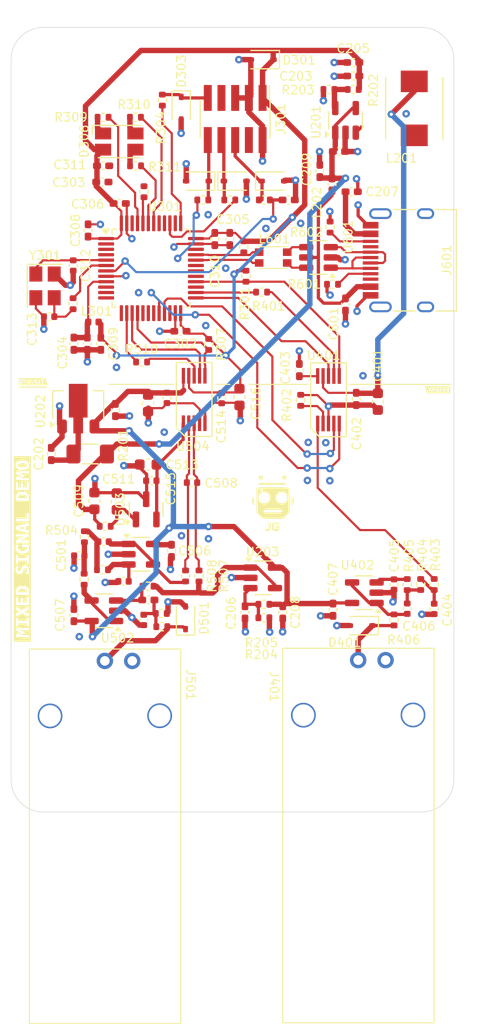
<source format=kicad_pcb>
(kicad_pcb (version 20241229) (generator "pcbnew") (generator_version "9.0")
  (layers (0 "F.Cu" signal) (4 "In1.Cu" power) (6 "In2.Cu" signal) (2 "B.Cu" power) (13 "F.Paste" user) (15 "B.Paste" user) (5 "F.SilkS" user "F.Silkscreen") (7 "B.SilkS" user "B.Silkscreen") (1 "F.Mask" user) (3 "B.Mask" user) (25 "Edge.Cuts" user))
  (net 0 "")
  (net 1 "+5V")
  (net 2 "GND")
  (net 3 "Net-(U202-VIN)")
  (net 4 "+3.3VA")
  (net 5 "/POWER & BIAS/VREF")
  (net 6 "VBUS")
  (net 7 "/MICRO/NRST")
  (net 8 "+3V3")
  (net 9 "VDDA")
  (net 10 "/MICRO/HSE_IN")
  (net 11 "/MICRO/XTAL_IN")
  (net 12 "/DAC/DAC_VREF")
  (net 13 "Net-(C404-Pad1)")
  (net 14 "Net-(U402-+)")
  (net 15 "Net-(C406-Pad1)")
  (net 16 "Net-(U402--)")
  (net 17 "/ADC/ADC_VREF_VIN")
  (net 18 "/ADC/IN_RF")
  (net 19 "/ADC/IN_BUF")
  (net 20 "/ADC/ADC_VREF")
  (net 21 "/ADC/ADC_IN+")
  (net 22 "/ADC/ADC_IN-")
  (net 23 "/MICRO/CONN_SWDIO")
  (net 24 "/MICRO/CONN_SWCLK")
  (net 25 "/MICRO/CONN_SWO")
  (net 26 "/MICRO/CONN_NRST")
  (net 27 "/MICRO/LED_G_K")
  (net 28 "/MICRO/LED_B_K")
  (net 29 "/MICRO/LED_R_K")
  (net 30 "/DAC/OUT")
  (net 31 "/ADC/IN")
  (net 33 "/USBC/USB_CONN_D-")
  (net 38 "/USBC/USB_CONN_D+")
  (net 39 "/USBC/USB_CONN_CC2")
  (net 41 "/USBC/USB_CONN_CC1")
  (net 42 "Net-(U201-SW)")
  (net 43 "/USBC/USB_CMC_D-")
  (net 45 "/USBC/USB_CMC_D+")
  (net 46 "Net-(U201-FB)")
  (net 47 "/DAC/SPI2_NSS")
  (net 48 "/MICRO/BOOT0")
  (net 49 "/MICRO/SWDIO")
  (net 50 "/MICRO/SWCLK")
  (net 51 "/MICRO/SWO")
  (net 52 "/ADC/SPI1_NSS")
  (net 53 "/MICRO/USB_D+")
  (net 54 "/MICRO/TIM4_CH3")
  (net 55 "/MICRO/TIM4_CH1")
  (net 56 "/MICRO/TIM4_CH2")
  (net 57 "/MICRO/HSE_OUT")
  (net 58 "/DAC/DAC_SCLK")
  (net 59 "/DAC/SPI2_SCK")
  (net 60 "/DAC/DAC_OUT_B")
  (net 61 "/DAC/DAC_OUT_A")
  (net 62 "VCOM")
  (net 63 "/ADC/BUF_OUT")
  (net 64 "/ADC/SPI1_SCK")
  (net 66 "/MICRO/USB_D-")
  (net 79 "/DAC/DAC_NCLR")
  (net 80 "/ADC/SPI1_MISO")
  (net 85 "/DAC/DAC_NLDAC")
  (net 88 "/DAC/SPI2_MOSI")
  (net 89 "Net-(C501-Pad1)")
  (net 90 "Net-(U501-+)")
  (net 91 "Net-(U501--)")
  (net 92 "Net-(C505-Pad1)")
  (net 93 "Net-(U504-SCLK)")
  (footprint "Capacitor_SMD:C_0402_1005Metric_Pad0.74x0.62mm_HandSolder" (layer "F.Cu") (at 137.4 64.325 180)
    (property "Reference" "C302")
    (property "Value" "100n/16v")
  )
  (footprint "Diode_SMD:D_SOD-323" (layer "F.Cu") (at 142.475 50.41)
    (property "Reference" "D304" (hide yes))
    (property "Value" "PESD3V3L1BA,115")
  )
  (footprint "Diode_SMD:D_SOD-323" (layer "F.Cu") (at 137.875 90.875 90)
    (property "Reference" "D501")
    (property "Value" "PESD3V3L1BA,115")
  )
  (footprint "Capacitor_SMD:C_0402_1005Metric_Pad0.74x0.62mm_HandSolder" (layer "F.Cu") (at 131.375 71.625 -90)
    (property "Reference" "C204" (hide yes))
    (property "Value" "22u/6.3v")
  )
  (footprint "Resistor_SMD:R_0402_1005Metric" (layer "F.Cu") (at 160.925 87.79 90)
    (property "Reference" "R403")
    (property "Value" "6k8")
  )
  (footprint "basic_proyect:VSSOP-10" (layer "F.Cu") (at 138.675 70.65)
    (property "Reference" "U504")
    (property "Value" "ADC141S626CIMM_NOPB")
  )
  (footprint "kibuzzard-67B74215" (layer "F.Cu") (at 161.25 69.75)
    (property "Reference" "kibuzzard-67B74215" (hide yes))
    (property "Value" "G***" (hide yes))
  )
  (footprint "Resistor_SMD:R_0402_1005Metric" (layer "F.Cu") (at 151.275 54.675 90)
    (property "Reference" "R602")
    (property "Value" "5k1")
  )
  (footprint "Capacitor_SMD:C_0402_1005Metric" (layer "F.Cu") (at 141.225 70.52 -90)
    (property "Reference" "C514")
    (property "Value" "100n")
  )
  (footprint "Resistor_SMD:R_0402_1005Metric" (layer "F.Cu") (at 130.23 44.5 180)
    (property "Reference" "R309")
    (property "Value" "1k")
  )
  (footprint "MountingHole:MountingHole_3.2mm_M3" (layer "F.Cu") (at 125.875 40.325)
    (property "Reference" "H301" (hide yes))
    (property "Value" "MountingHole")
  )
  (footprint "Capacitor_SMD:C_0402_1005Metric" (layer "F.Cu") (at 134.7 78.175 180)
    (property "Reference" "C515")
    (property "Value" "100n")
  )
  (footprint "Capacitor_SMD:C_0402_1005Metric" (layer "F.Cu") (at 136.15 70.5 -90)
    (property "Reference" "C512" (hide yes))
    (property "Value" "100n")
  )
  (footprint "Diode_SMD:D_SOD-323" (layer "F.Cu") (at 137.475 43.66 -90)
    (property "Reference" "D303")
    (property "Value" "PESD3V3L1BA,115")
  )
  (footprint "Capacitor_SMD:C_0603_1608Metric" (layer "F.Cu") (at 155.7 70.85 -90)
    (property "Reference" "C401")
    (property "Value" "10u")
  )
  (footprint "Resistor_SMD:R_0402_1005Metric" (layer "F.Cu") (at 151.1675 41.925 180)
    (property "Reference" "R203")
    (property "Value" "100k")
  )
  (footprint "kibuzzard-67B741FF" (layer "F.Cu") (at 123.75 69)
    (property "Reference" "kibuzzard-67B741FF" (hide yes))
    (property "Value" "G***" (hide yes))
  )
  (footprint "Resistor_SMD:R_0402_1005Metric" (layer "F.Cu") (at 134.025 51.4 90)
    (property "Reference" "R302" (hide yes))
    (property "Value" "10k")
  )
  (footprint "basic_proyect:031-5431-10RFX" (layer "F.Cu") (at 156.42 94.8 180)
    (property "Reference" "J401")
    (property "Value" "031-5431-10RFX")
  )
  (footprint "LOGO" (layer "F.Cu") (at 151.706745 80.639897)
    (property "Reference" "G***" (hide yes))
    (property "Value" "LOGO" (hide yes))
  )
  (footprint "Diode_SMD:D_SOD-323" (layer "F.Cu") (at 145.975 50.41)
    (property "Reference" "D305" (hide yes))
    (property "Value" "PESD3V3L1BA,115")
  )
  (footprint "Resistor_SMD:R_0402_1005Metric" (layer "F.Cu") (at 144.925 60.7)
    (property "Reference" "R401")
    (property "Value" "0R")
  )
  (footprint "Resistor_SMD:R_0402_1005Metric" (layer "F.Cu") (at 135.625 90.475 180)
    (property "Reference" "R503" (hide yes))
    (property "Value" "2M2")
  )
  (footprint "Diode_SMD:D_SOD-323" (layer "F.Cu") (at 154.15 91.6 180)
    (property "Reference" "D401")
    (property "Value" "PESD3V3L1BA,115")
  )
  (footprint "Capacitor_SMD:C_0603_1608Metric" (layer "F.Cu") (at 134.4 71 -90)
    (property "Reference" "C510" (hide yes))
    (property "Value" "10u")
  )
  (footprint "Capacitor_SMD:C_0402_1005Metric" (layer "F.Cu") (at 138.475 78.35)
    (property "Reference" "C508")
    (property "Value" "150p")
  )
  (footprint "Resistor_SMD:R_1206_3216Metric_Pad1.30x1.75mm_HandSolder" (layer "F.Cu") (at 129.0375 75.7 180)
    (property "Reference" "R201")
    (property "Value" "10")
  )
  (footprint "Resistor_SMD:R_0402_1005Metric" (layer "F.Cu") (at 143.275 56.5 -90)
    (property "Reference" "R308" (hide yes))
    (property "Value" "1k5")
  )
  (footprint "Capacitor_SMD:C_0402_1005Metric_Pad0.74x0.62mm_HandSolder" (layer "F.Cu") (at 153.4175 39.425 180)
    (property "Reference" "C205")
    (property "Value" "22u/6.3v")
  )
  (footprint "Resistor_SMD:R_0402_1005Metric" (layer "F.Cu") (at 133.24 49 180)
    (property "Reference" "R311")
    (property "Value" "1k")
  )
  (footprint "Package_TO_SOT_SMD:SOT-23" (layer "F.Cu") (at 134.225 80.825 90)
    (property "Reference" "U503")
    (property "Value" "REF3033AIDBZT")
  )
  (footprint "Resistor_SMD:R_0402_1005Metric" (layer "F.Cu") (at 143.475 59.225 -90)
    (property "Reference" "R301")
    (property "Value" "10k")
  )
  (footprint "basic_proyect:IND_ASPI-0530HI-2R2M-T2" (layer "F.Cu") (at 159.075 43.675 90)
    (property "Reference" "L201")
    (property "Value" "2.2u/35mOhm")
  )
  (footprint "basic_proyect:CMF3216F" (layer "F.Cu") (at 146 57.5 180)
    (property "Reference" "L601")
    (property "Value" "CMF3216F-900-2P-T")
  )
  (footprint "Connector_PinHeader_1.27mm:PinHeader_2x05_P1.27mm_Vertical_SMD" (layer "F.Cu") (at 142.475 44.66 -90)
    (property "Reference" "J301")
    (property "Value" "Conn_02x05_Counter_Clockwise")
  )
  (footprint "Resistor_SMD:R_0402_1005Metric" (layer "F.Cu") (at 139.125 87 90)
    (property "Reference" "R508")
    (property "Value" "12k")
  )
  (footprint "Resistor_SMD:R_0402_1005Metric" (layer "F.Cu") (at 158.425 87.8 -90)
    (property "Reference" "R405")
    (property "Value" "12k")
  )
  (footprint "Resistor_SMD:R_0402_1005Metric" (layer "F.Cu") (at 159.675 87.79 90)
    (property "Reference" "R404")
    (property "Value" "22k")
  )
  (footprint "Capacitor_SMD:C_0402_1005Metric" (layer "F.Cu") (at 158.425 90.03 -90)
    (property "Reference" "C406")
    (property "Value" "1n")
  )
  (footprint "Resistor_SMD:R_0402_1005Metric" (layer "F.Cu") (at 128.475 87.3 -90)
    (property "Reference" "R502" (hide yes))
    (property "Value" "6k8")
  )
  (footprint "Package_TO_SOT_SMD:SOT-23-6" (layer "F.Cu") (at 150.2 57.4875 180)
    (property "Reference" "U601")
    (property "Value" "USBLC6-2SC6")
  )
  (footprint "Resistor_SMD:R_0402_1005Metric" (layer "F.Cu") (at 130.425 82.4 180)
    (property "Reference" "R509" (hide yes))
    (property "Value" "49R9")
  )
  (footprint "Package_TO_SOT_SMD:SOT-23-5" (layer "F.Cu") (at 130.3 90.225 180)
    (property "Reference" "U502")
    (property "Value" "MCP6001T-E/OT")
  )
  (footprint "Inductor_SMD:L_0402_1005Metric" (layer "F.Cu") (at 129.335 63.475)
    (property "Reference" "L301")
    (property "Value" "10n")
  )
  (footprint "Capacitor_SMD:C_0402_1005Metric" (layer "F.Cu") (at 157.2 87.795 -90)
    (property "Reference" "C405")
    (property "Value" "150p")
  )
  (footprint "MountingHole:MountingHole_3.2mm_M3" (layer "F.Cu") (at 142.075 102.6)
    (property "Reference" "H303" (hide yes))
    (property "Value" "MountingHole")
  )
  (footprint "Capacitor_SMD:C_0402_1005Metric_Pad0.74x0.62mm_HandSolder" (layer "F.Cu") (at 152.7 61.85 -90)
    (property "Reference" "C601")
    (property "Value" "100n/16v")
  )
  (footprint "Capacitor_SMD:C_0402_1005Metric" (layer "F.Cu") (at 130.275 83.825)
    (property "Reference" "C505" (hide yes))
    (property "Value" "1n")
  )
  (footprint "Diode_SMD:D_SOD-323" (layer "F.Cu") (at 144.975 39.16 180)
    (property "Reference" "D301")
    (property "Value" "PESD3V3L1BA,115")
  )
  (footprint "Crystal:Crystal_SMD_3225-4Pin_3.2x2.5mm" (layer "F.Cu") (at 124.85 60.125 -90)
    (property "Reference" "Y301")
    (property "Value" "16MHz")
  )
  (footprint "Resistor_SMD:R_0402_1005Metric" (layer "F.Cu") (at 128.5 83.365 -90)
    (property "Reference" "R504")
    (property "Value" "22k")
  )
  (footprint "basic_proyect:031-5431-10RFX" (layer "F.Cu") (at 132.935 94.87 180)
    (property "Reference" "J501")
    (property "Value" "031-5431-10RFX")
  )
  (footprint "Capacitor_SMD:C_0402_1005Metric" (layer "F.Cu") (at 160.925 90.05 -90)
    (property "Reference" "C404")
    (property "Value" "1n")
  )
  (footprint "Capacitor_SMD:C_0402_1005Metric_Pad0.74x0.62mm_HandSolder" (layer "F.Cu") (at 130.23 49)
    (property "Reference" "C311")
    (property "Value" "100n/16v")
  )
  (footprint "Capacitor_SMD:C_0402_1005Metric" (layer "F.Cu") (at 128.025 85.125 180)
    (property "Reference" "C501")
    (property "Value" "1n")
  )
  (footprint "Capacitor_SMD:C_0402_1005Metric_Pad0.74x0.62mm_HandSolder" (layer "F.Cu") (at 140.5875 55.7825 -90)
    (property "Reference" "C310")
    (property "Value" "100n/16v")
  )
  (footprint "Capacitor_SMD:C_0402_1005Metric_Pad0.74x0.62mm_HandSolder" (layer "F.Cu") (at 143.3875 90.375 -90)
    (property "Reference" "C206")
    (property "Value" "22u/6.3v")
  )
  (footprint "Capacitor_SMD:C_0603_1608Metric" (layer "F.Cu") (at 134.4 76.675 180)
    (property "Reference" "C513")
    (property "Value" "10u")
  )
  (footprint "Capacitor_SMD:C_0402_1005Metric_Pad0.74x0.62mm_HandSolder" (layer "F.Cu") (at 153.7 70.6 -90)
    (property "Reference" "C402")
    (property "Value" "100n/16v")
  )
  (footprint "Resistor_SMD:R_0402_1005Metric" (layer "F.Cu") (at 137.875 87 -90)
    (property "Reference" "R507")
    (property "Value" "1k")
  )
  (footprint "Resistor_SMD:R_0402_1005Metric" (layer "F.Cu") (at 134.4 87.95)
    (property "Reference" "R506" (hide yes))
    (property "Value" "2M2")
  )
  (footprint "Resistor_SMD:R_0402_1005Metric" (layer "F.Cu") (at 157.2 91.075 90)
    (property "Reference" "R406")
    (property "Value" "49R9")
  )
  (footprint "Resistor_SMD:R_0402_1005Metric" (layer "F.Cu") (at 130.175 86.425 180)
    (property "Reference" "R505" (hide yes))
    (property "Value" "12k")
  )
  (footprint "Capacitor_SMD:C_0402_1005Metric_Pad0.74x0.62mm_HandSolder" (layer "F.Cu") (at 130.1625 50.5)
    (property "Reference" "C303")
    (property "Value" "4.7u/10v")
  )
  (footprint "Connector_USB:USB_C_Receptacle_HRO_TYPE-C-31-M-12" (layer "F.Cu") (at 159.075 57.75 90)
    (property "Reference" "J601")
    (property "Value" "USB_C_Receptacle_USB2.0")
  )
  (footprint "Resistor_SMD:R_0402_1005Metric" (layer "F.Cu") (at 145.1825 52.16 180)
    (property "Reference" "R306" (hide yes))
    (property "Value" "49R9")
  )
  (footprint "Resistor_SMD:R_0402_1005Metric" (layer "F.Cu") (at 145.1375 90.875)
    (property "Reference" "R205")
    (property "Value" "1k")
  )
  (footprint "Capacitor_SMD:C_0402_1005Metric_Pad0.74x0.62mm_HandSolder" (layer "F.Cu") (at 127.525 90.625 -90)
    (property "Reference" "C507")
    (property "Value" "100n/16v")
  )
  (footprint "Capacitor_SMD:C_0402_1005Metric_Pad0.74x0.62mm_HandSolder" (layer "F.Cu") (at 146.8875 90.375 -90)
    (property "Reference" "C208")
    (property "Value" "100n/16v")
  )
  (footprint "MountingHole:MountingHole_3.2mm_M3" (layer "F.Cu") (at 158.15 76.675)
    (property "Reference" "H302" (hide yes))
    (property "Value" "MountingHole")
  )
  (footprint "Resistor_SMD:R_0402_1005Metric" (layer "F.Cu") (at 153.4175 41.925 180)
    (property "Reference" "R202")
    (property "Value" "442k")
  )
  (footprint "Capacitor_SMD:C_0402_1005Metric_Pad0.74x0.62mm_HandSolder" (layer "F.Cu") (at 150.3225 49.475418 90)
    (property "Reference" "C209")
    (property "Value" "1u/10v")
  )
  (footprint "Capacitor_SMD:C_0402_1005Metric_Pad0.74x0.62mm_HandSolder" (layer "F.Cu") (at 153.275 51.4)
    (property "Reference" "C207")
    (property "Value" "1u/10v")
  )
  (footprint "Capacitor_SMD:C_0603_1608Metric" (layer "F.Cu") (at 131.5 80.1 90)
    (property "Reference" "C511")
    (property "Value" "10u")
  )
  (footprint "Capacitor_SMD:C_0402_1005Metric_Pad0.74x0.62mm_HandSolder" (layer "F.Cu") (at 134.425 89.225 180)
    (property "Reference" "C503" (hide yes))
    (property "Value" "100n/16v")
  )
  (footprint "Resistor_SMD:R_0402_1005Metric" (layer "F.Cu") (at 145.1375 89.625 180)
    (property "Reference" "R204")
    (property "Value" "1k")
  )
  (footprint "Capacitor_SMD:C_0402_1005Metric_Pad0.74x0.62mm_HandSolder" (layer "F.Cu") (at 152.1 47.675)
    (property "Reference" "C201" (hide yes))
    (property "Value" "4.7u/10v")
  )
  (footprint "Capacitor_SMD:C_0402_1005Metric_Pad0.74x0.62mm_HandSolder" (layer "F.Cu") (at 151.55 90.125 -90)
    (property "Reference" "C407")
    (property "Value" "100n/16v")
  )
  (footprint "Resistor_SMD:R_0402_1005Metric" (layer "F.Cu") (at 127.45 61.775 -90)
    (property "Reference" "R312" (hide yes))
    (property "Value" "0R")
  )
  (footprint "basic_proyect:VSSOP-10" (layer "F.Cu") (at 151.125 70.675)
    (property "Reference" "U401")
    (property "Value" "DAC7563SDGSR")
  )
  (footprint "Capacitor_SMD:C_0402_1005Metric_Pad0.74x0.62mm_HandSolder" (layer "F.Cu") (at 141.975 55.7825 -90)
    (property "Reference" "C305")
    (property "Value" "4.7u/10v")
  )
  (footprint "Capacitor_SMD:C_0402_1005Metric" (layer "F.Cu") (at 134 91.075 -90)
    (property "Reference" "C502" (hide yes))
    (property "Value" "150p")
  )
  (footprint "Capacitor_SMD:C_0603_1608Metric" (layer "F.Cu") (at 142.875 70.425 -90)
    (property "Reference" "C516")
    (property "Value" "10u")
  )
  (footprint "Capacitor_SMD:C_0402_1005Metric_Pad0.74x0.62mm_HandSolder" (layer "F.Cu") (at 153.4175 40.675 180)
    (property "Reference" "C203")
    (property "Value" "22u/6.3v")
  )
  (footprint "Capacitor_SMD:C_0402_1005Metric_Pad0.74x0.62mm_HandSolder" (layer "F.Cu") (at 127.5225 65.48 -90)
    (property "Reference" "C304")
    (property "Value" "100n/16v")
  )
  (footprint "Package_TO_SOT_SMD:SOT-23-5" (layer "F.Cu") (at 154.45 88.55 180)
    (property "Reference" "U402")
    (property "Value" "MCP6001T-E/OT")
  )
  (footprint "Capacitor_SMD:C_0402_1005Metric_Pad0.74x0.62mm_HandSolder" (layer "F.Cu") (at 128.7725 65.48 -90)
    (property "Reference" "C307" (hide yes))
    (property "Value" "1u/10v")
  )
  (footprint "Resistor_SMD:R_0402_1005Metric" (layer "F.Cu") (at 139.475 52.16)
    (property "Reference" "R303" (hide yes))
    (property "Value" "49R9")
  )
  (footprint "Resistor_SMD:R_0402_1005Metric" (layer "F.Cu") (at 133.23 44.5 180)
    (property "Reference" "R310")
    (property "Value" "1k")
  )
  (footprint "Capacitor_SMD:C_0402_1005Metric_Pad0.74x0.62mm_HandSolder" (layer "F.Cu") (at 136.575 84.675 -90)
    (property "Reference" "C506")
    (property "Value" "100n/16v")
  )
  (footprint "Resistor_SMD:R_0402_1005Metric" (layer "F.Cu") (at 135.725 42.91 90)
    (property "Reference" "R304")
    (property "Value" "49R9")
  )
  (footprint "Package_QFP:LQFP-48_7x7mm_P0.5mm" (layer "F.Cu") (at 134.675 58.4875)
    (property "Reference" "U301")
    (property "Value" "STM32F103CBT6")
  )
  (footprint "Capacitor_SMD:C_0402_1005Metric" (layer "F.Cu") (at 132.125 87.5 180)
    (property "Reference" "C504" (hide yes))
    (property "Value" "150p")
  )
  (footprint "Diode_SMD:D_SOD-323" (layer "F.Cu") (at 138.975 50.41 180)
    (property "Reference" "D302" (hide yes))
    (property "Value" "PESD3V3L1BA,115")
  )
  (footprint "Capacitor_SMD:C_0402_1005Metric_Pad0.74x0.62mm_HandSolder" (layer "F.Cu") (at 147.4325 52.16)
    (property "Reference" "C301" (hide yes))
    (property "Value" "100n/16v")
  )
  (footprint "Resistor_SMD:R_0402_1005Metric" (layer "F.Cu") (at 141.975 52.16 180)
    (property "Reference" "R305" (hide yes))
    (property "Value" "49R9")
  )
  (footprint "Capacitor_SMD:C_0402_1005Metric_Pad0.74x0.62mm_HandSolder" (layer "F.Cu") (at 128.8375 54.9875 90)
    (property "Reference" "C308")
    (property "Value" "100n/16v")
  )
  (footprint "Capacitor_SMD:C_0402_1005Metric_Pad0.74x0.62mm_HandSolder" (layer "F.Cu") (at 125.425 75.7 90)
    (property "Reference" "C202")
    (property "Value" "22u/6.3v")
  )
  (footprint "Inductor_SMD:L_0402_1005Metric_Pad0.77x0.64mm_HandSolder" (layer "F.Cu") (at 151.45 50.725418 90)
    (property "Reference" "L202")
    (property "Value" "10n/190mOhm")
  )
  (footprint "Capacitor_SMD:C_0402_1005Metric_Pad0.74x0.62mm_HandSolder" (layer "F.Cu") (at 148.425 67.925 90)
    (property "Reference" "C403")
    (property "Value" "1u/10v")
  )
  (footprint "Resistor_SMD:R_0402_1005Metric" (layer "F.Cu") (at 148.55 70.725 90)
    (property "Reference" "R402")
    (property "Value" "10k")
  )
  (footprint "Resistor_SMD:R_0402_1005Metric" (layer "F.Cu") (at 140.025 65.55 -90)
    (property "Reference" "R307")
    (property "Value" "10k")
  )
  (footprint "Capacitor_SMD:C_0402_1005Metric_Pad0.74x0.62mm_HandSolder" (layer "F.Cu") (at 130.0225 65.48 -90)
    (property "Reference" "C309")
    (property "Value" "1u/10v")
  )
  (footprint "Capacitor_SMD:C_0402_1005Metric" (layer "F.Cu") (at 125.23 62.975 180)
    (property "Reference" "C313")
    (property "Value" "10p")
  )
  (footprint "Resistor_SMD:R_0402_1005Metric" (layer "F.Cu") (at 133.8 67.175)
    (property "Reference" "R510")
    (property "Value" "0R")
  )
  (footprint "Capacitor_SMD:C_0402_1005Metric_Pad0.74x0.62mm_HandSolder" (layer "F.Cu") (at 131.77 52.4875)
    (property "Reference" "C306")
    (property "Value" "100n/16v")
  )
  (footprint "Resistor_SMD:R_0402_1005Metric" (layer "F.Cu") (at 151.5 59.975 180)
    (property "Reference" "R601")
    (property "Value" "5k1")
  )
  (footprint "kibuzzard-67B740F3" (layer "F.Cu") (at 122.75 84.5)
    (property "Reference" "kibuzzard-67B740F3" (hide yes))
    (property "Value" "G***" (hide yes))
  )
  (footprint "Capacitor_SMD:C_0603_1608Metric" (layer "F.Cu") (at 129.425 80.05 90)
    (property "Reference" "C509")
    (property "Value" "10u")
  )
  (footprint "Package_TO_SOT_SMD:SOT-89-3" (layer "F.Cu") (at 127.925 71.2 90)
    (property "Reference" "U202")
    (property "Value" "HT7533-1")
  )
  (footprint "Capacitor_SMD:C_0402_1005Metric" (layer "F.Cu") (at 127.4625 58.2375 -90)
    (property "Reference" "C312")
    (property "Value" "10p")
  )
  (footprint "Package_TO_SOT_SMD:SOT-23-5" (layer "F.Cu") (at 145.025 87.175)
    (property "Reference" "U203")
    (property "Value" "MCP6001T-E/OT")
  )
  (footprint "Package_TO_SOT_SMD:SOT-23-5" (layer "F.Cu") (at 133.725 84.9875)
    (property "Reference" "U501" (hide yes))
    (property "Value" "MCP6001T-E/OT")
  )
  (footprint "Package_TO_SOT_SMD:SOT-23-5" (layer "F.Cu") (at 152.705 44.7875 90)
    (property "Reference" "U201")
    (property "Value" "TLV62569DBV")
  )
  (footprint "Resistor_SMD:R_0402_1005Metric" (layer "F.Cu") (at 135.675 91.7)
    (property "Reference" "R501" (hide yes))
    (property "Value" "1k")
  )
  (footprint "LED_SMD:LED_Avago_PLCC4_3.2x2.8mm_CW" (layer "F.Cu") (at 131.73 46.75)
    (property "Reference" "D306")
    (property "Value" "ASMB-MTB1-0A3A2")
  )
  (gr_line (start 130.75 69.25) (end 135.5 69.25) (stroke (width 0.1)) (layer "F.SilkS"))
  (gr_line (start 135.5 69.25) (end 136.75 69.25) (stroke (width 0.1)) (layer "F.SilkS"))
  (gr_line (start 143.75 69.25) (end 149.25 69.25) (stroke (width 0.1)) (layer "F.SilkS"))
  (gr_line (start 122.5 69.5) (end 125 69.5) (stroke (width 0.1)) (layer "F.SilkS"))
  (gr_line (start 140.75 69.25) (end 142 69.25) (stroke (width 0.1)) (layer "F.SilkS"))
  (gr_line (start 153 69.25) (end 162.5 69.25) (stroke (width 0.1)) (layer "F.SilkS"))
  (gr_line (start 162.75 39.175) (end 162.75 105.875) (stroke (width 0.05)) (layer "Edge.Cuts"))
  (gr_arc (start 159.75 36.175) (mid 161.87132 37.05368) (end 162.75 39.175) (stroke (width 0.05)) (layer "Edge.Cuts"))
  (gr_arc (start 124.7 108.875) (mid 122.57868 107.99632) (end 121.7 105.875) (stroke (width 0.05)) (layer "Edge.Cuts"))
  (gr_arc (start 121.7 39.175) (mid 122.57868 37.05368) (end 124.7 36.175) (stroke (width 0.05)) (layer "Edge.Cuts"))
  (gr_arc (start 162.75 105.875) (mid 161.87132 107.99632) (end 159.75 108.875) (stroke (width 0.05)) (layer "Edge.Cuts"))
  (gr_line (start 121.7 105.875) (end 121.7 39.175) (stroke (width 0.05)) (layer "Edge.Cuts"))
  (gr_line (start 159.75 108.875) (end 124.7 108.875) (stroke (width 0.05)) (layer "Edge.Cuts"))
  (gr_line (start 124.7 36.175) (end 159.75 36.175) (stroke (width 0.05)) (layer "Edge.Cuts"))
  (segment (start 148.75 99.95) (end 148.8 99.9) (width 0.3) (layer "F.Cu") (net 0))
  (segment (start 135.425 74.775) (end 131.5125 74.775) (width 0.5) (layer "F.Cu") (net 1))
  (segment (start 151.755 47.4525) (end 151.755 45.925) (width 0.5) (layer "F.Cu") (net 1))
  (segment (start 151.5325 47.675) (end 151.755 47.4525) (width 0.5) (layer "F.Cu") (net 1))
  (segment (start 153.367501 43.65) (end 153.655 43.65) (width 0.3) (layer "F.Cu") (net 1))
  (segment (start 151.755 45.262501) (end 153.367501 43.65) (width 0.3) (layer "F.Cu") (net 1))
  (segment (start 151.45 47.7575) (end 151.5325 47.675) (width 0.5) (layer "F.Cu") (net 1))
  (segment (start 130.425 75.7) (end 127.95 78.175) (width 0.5) (layer "F.Cu") (net 1))
  (segment (start 151.45 50.152918) (end 152.697082 50.152918) (width 0.5) (layer "F.Cu") (net 1))
  (segment (start 128.4875 80.8375) (end 129.455 80.8375) (width 0.5) (layer "F.Cu") (net 1))
  (segment (start 150.2675 50.125418) (end 151.4225 50.125418) (width 0.5) (layer "F.Cu") (net 1))
  (segment (start 151.4225 50.125418) (end 151.45 50.152918) (width 0.5) (layer "F.Cu") (net 1))
  (segment (start 130.5875 75.7) (end 130.425 75.7) (width 0.5) (layer "F.Cu") (net 1))
  (segment (start 152.697082 50.152918) (end 152.7 50.15) (width 0.5) (layer "F.Cu") (net 1))
  (segment (start 129.455 81.765) (end 129.99 82.3) (width 0.3) (layer "F.Cu") (net 1))
  (segment (start 127.95 78.175) (end 127.95 80.35) (width 0.5) (layer "F.Cu") (net 1))
  (segment (start 129.455 80.8375) (end 129.455 81.765) (width 0.3) (layer "F.Cu") (net 1))
  (segment (start 131.5125 74.775) (end 130.5875 75.7) (width 0.5) (layer "F.Cu") (net 1))
  (segment (start 151.45 50.152918) (end 151.45 48.9525) (width 0.5) (layer "F.Cu") (net 1))
  (segment (start 127.95 80.35) (end 128 80.35) (width 0.5) (layer "F.Cu") (net 1))
  (segment (start 151.755 45.925) (end 151.755 45.262501) (width 0.3) (layer "F.Cu") (net 1))
  (segment (start 151.45 48.9525) (end 151.45 47.7575) (width 0.5) (layer "F.Cu") (net 1))
  (segment (start 128 80.35) (end 128.4875 80.8375) (width 0.5) (layer "F.Cu") (net 1))
  (via (at 135.425 74.775) (size 0.7) (drill 0.3) (layers "F.Cu" "B.Cu") (net 1))
  (via (at 152.7 50.15) (size 0.7) (drill 0.3) (layers "F.Cu" "B.Cu") (net 1))
  (segment (start 149.399054 53.450946) (end 152.7 50.15) (width 0.5) (layer "B.Cu") (net 1))
  (segment (start 135.425 74.775) (end 136.475 74.775) (width 0.5) (layer "B.Cu") (net 1))
  (segment (start 149.399054 61.850946) (end 149.399054 53.450946) (width 0.5) (layer "B.Cu") (net 1))
  (segment (start 136.475 74.775) (end 149.399054 61.850946) (width 0.5) (layer "B.Cu") (net 1))
  (segment (start 126.425 73.15) (end 126.425 74.1325) (width 0.5) (layer "F.Cu") (net 2))
  (segment (start 127.545 85.125) (end 127.545 86.255) (width 0.5) (layer "F.Cu") (net 2))
  (segment (start 137.4125 89.4) (end 136.25 89.4) (width 0.5) (layer "F.Cu") (net 2))
  (segment (start 142.95 72.61) (end 142.95 71.24) (width 0.5) (layer "F.Cu") (net 2))
  (segment (start 137.94 50.395) (end 137.925 50.41) (width 0.5) (layer "F.Cu") (net 2))
  (segment (start 152.6675 47.675) (end 152.6675 45.9625) (width 0.5) (layer "F.Cu") (net 2))
  (segment (start 132.2875 59.2375) (end 130.5125 59.2375) (width 0.2) (layer "F.Cu") (net 2))
  (segment (start 151.3375 57.4875) (end 151.999999 57.4875) (width 0.5) (layer "F.Cu") (net 2))
  (segment (start 143.8625 87.15) (end 143.8875 87.175) (width 0.5) (layer "F.Cu") (net 2))
  (segment (start 134.27 78.3) (end 134.27 77.595) (width 0.3) (layer "F.Cu") (net 2))
  (segment (start 138.8375 56.2375) (end 140.405 56.2375) (width 0.2) (layer "F.Cu") (net 2))
  (segment (start 148.075 52.085) (end 148 52.16) (width 0.5) (layer "F.Cu") (net 2))
  (segment (start 150.4075 90.6925) (end 150.4 90.7) (width 0.5) (layer "F.Cu") (net 2))
  (segment (start 147.1 50.335) (end 147.025 50.41) (width 0.5) (layer "F.Cu") (net 2))
  (segment (start 124 62.225) (end 124.75 62.975) (width 0.2) (layer "F.Cu") (net 2))
  (segment (start 151.999999 57.4875) (end 152.207755 57.695256) (width 0.5) (layer "F.Cu") (net 2))
  (segment (start 151.9325 91.5925) (end 151.925 91.6) (width 0.5) (layer "F.Cu") (net 2))
  (segment (start 136.925 64.2325) (end 136.925 62.65) (width 0.2) (layer "F.Cu") (net 2))
  (segment (start 134.27 80.03) (end 134.25 80.05) (width 0.3) (layer "F.Cu") (net 2))
  (segment (start 137.465 45.985) (end 137.465 44.72) (width 0.5) (layer "F.Cu") (net 2))
  (segment (start 153.775 62.475) (end 153.775 61.975) (width 0.3) (layer "F.Cu") (net 2))
  (segment (start 142.475 42.71) (end 143.745 42.71) (width 0.5) (layer "F.Cu") (net 2))
  (segment (start 148.075 50.335) (end 148.075 52.085) (width 0.5) (layer "F.Cu") (net 2))
  (segment (start 127.525 90.088749) (end 127.506249 90.1075) (width 0.5) (layer "F.Cu") (net 2))
  (segment (start 132.425 52.575) (end 132.425 54.325) (width 0.2) (layer "F.Cu") (net 2))
  (segment (start 132.675 72.175) (end 132.6575 72.1925) (width 0.5) (layer "F.Cu") (net 2))
  (segment (start 131.545 87.6) (end 131.645 87.5) (width 0.5) (layer "F.Cu") (net 2))
  (segment (start 159.775 90.55) (end 160.905 90.55) (width 0.5) (layer "F.Cu") (net 2))
  (segment (start 132.425 55.275) (end 132.425 54.325) (width 0.2) (layer "F.Cu") (net 2))
  (segment (start 126.425 74.1325) (end 125.425 75.1325) (width 0.5) (layer "F.Cu") (net 2))
  (segment (start 130.0225 66.0475) (end 128.7725 66.0475) (width 0.5) (layer "F.Cu") (net 2))
  (segment (start 134.27 78.3) (end 134.27 80.03) (width 0.3) (layer "F.Cu") (net 2))
  (segment (start 135.725 71.45) (end 136.175 71) (width 0.2) (layer "F.Cu") (net 2))
  (segment (start 160.905 90.55) (end 160.925 90.53) (width 0.5) (layer "F.Cu") (net 2))
  (segment (start 137.8875 89.875) (end 137.4125 89.4) (width 0.5) (layer "F.Cu") (net 2))
  (segment (start 150.99 59.975) (end 150.99 60.69) (width 0.3) (layer "F.Cu") (net 2))
  (segment (start 137.465 44.72) (end 137.475 44.71) (width 0.5) (layer "F.Cu") (net 2))
  (segment (start 157.2 88.275) (end 157.2 89.3) (width 0.5) (layer "F.Cu") (net 2))
  (segment (start 155.7 71.625) (end 155.2425 71.1675) (width 0.5) (layer "F.Cu") (net 2))
  (segment (start 146.8875 90.9425) (end 146.8875 92.1625) (width 0.5) (layer "F.Cu") (net 2))
  (segment (start 152.6675 45.9625) (end 152.705 45.925) (width 0.5) (layer "F.Cu") (net 2))
  (segment (start 127.1875 60.0625) (end 127.4625 59.7875) (width 0.5) (layer "F.Cu") (net 2))
  (segment (start 132.9 55.75) (end 132.425 55.275) (width 0.2) (layer "F.Cu") (net 2))
  (segment (start 139.7 71.375) (end 140.12 70.955) (width 0.2) (layer "F.Cu") (net 2))
  (segment (start 133.605 91.555) (end 134 91.555) (width 0.5) (layer "F.Cu") (net 2))
  (segment (start 130.7125 84.9875) (end 132.5875 84.9875) (width 0.5) (layer "F.Cu") (net 2))
  (segment (start 140.405 56.5325) (end 140.5875 56.35) (width 0.2) (layer "F.Cu") (net 2))
  (segment (start 130.675 85.025) (end 130.7125 84.9875) (width 0.5) (layer "F.Cu") (net 2))
  (segment (start 131.506249 90.225) (end 132.275 90.225) (width 0.5) (layer "F.Cu") (net 2))
  (segment (start 151.2325 71.1675) (end 151.125 71.275) (width 0.5) (layer "F.Cu") (net 2))
  (segment (start 132.15 76.775) (end 132.175 76.8) (width 0.5) (layer "F.Cu") (net 2))
  (segment (start 143.925 39.16) (end 143.925 42.53) (width 0.5) (layer "F.Cu") (net 2))
  (segment (start 124 61.225) (end 124 62.225) (width 0.2) (layer "F.Cu") (net 2))
  (segment (start 128.7725 67.1625) (end 128.7725 66.0475) (width 0.5) (layer "F.Cu") (net 2))
  (segment (start 136.8325 64.325) (end 136.925 64.2325) (width 0.2) (layer "F.Cu") (net 2))
  (segment (start 134.25 80.05) (end 133.4875 79.2875) (width 0.3) (layer "F.Cu") (net 2))
  (segment (start 145.015 45.31) (end 143.745 44.04) (width 0.5) (layer "F.Cu") (net 2))
  (segment (start 151.655 40.7) (end 152.825 40.7) (width 0.5) (layer "F.Cu") (net 2))
  (segment (start 153.875 53.625) (end 154.75 54.5) (width 0.3) (layer "F.Cu") (net 2))
  (segment (start 143.515 50.42) (end 143.525 50.41) (width 0.5) (layer "F.Cu") (net 2))
  (segment (start 139.7 72.9) (end 139.7 71.375) (width 0.2) (layer "F.Cu") (net 2))
  (segment (start 151.125 72.875) (end 151.125 71.275) (width 0.2) (layer "F.Cu") (net 2))
  (segment (start 151.655 39.425) (end 152.85 39.425) (width 0.5) (layer "F.Cu") (net 2))
  (segment (start 127.545 86.255) (end 127.525 86.275) (width 0.5) (layer "F.Cu") (net 2))
  (segment (start 128.7725 66.0475) (end 127.5225 66.0475) (width 0.5) (layer "F.Cu") (net 2))
  (segment (start 153.775 61.975) (end 154.75 61) (width 0.3) (layer "F.Cu") (net 2))
  (segment (start 134.27 77.595) (end 133.475 76.8) (width 0.3) (layer "F.Cu") (net 2))
  (segment (start 126.7375 60.0625) (end 125.7 59.025) (width 0.5) (layer "F.Cu") (net 2))
  (segment (start 153.075 91.5925) (end 151.9325 91.5925) (width 0.5) (layer "F.Cu") (net 2))
  (segment (start 152.825 40.7) (end 152.85 40.675) (width 0.5) (layer "F.Cu") (net 2))
  (segment (start 150.655 42.96375) (end 150.655 41.98625) (width 0.5) (layer "F.Cu") (net 2))
  (segment (start 148.725 70.24) (end 150.09 70.24) (width 0.2) (layer "F.Cu") (net 2))
  (segment (start 132.6575 72.1925) (end 131.375 72.1925) (width 0.5) (layer "F.Cu") (net 2))
  (segment (start 148.0475 52.1125) (end 148 52.16) (width 0.5) (layer "F.Cu") (net 2))
  (segment (start 132.35 59.175) (end 132.2875 59.2375) (width 0.2) (layer "F.Cu") (net 2))
  (segment (start 132.9 90.85) (end 133.605 91.555) (width 0.5) (layer "F.Cu") (net 2))
  (segment (start 128.8375 54.42) (end 129.97 54.42) (width 0.2) (layer "F.Cu") (net 2))
  (segment (start 143.745 44.04) (end 143.745 42.71) (width 0.5) (layer "F.Cu") (net 2))
  (segment (start 150.99 60.69) (end 151.275 60.975) (width 0.3) (layer "F.Cu") (net 2))
  (segment (start 132.175 76.8) (end 133.475 76.8) (width 0.5) (layer "F.Cu") (net 2))
  (segment (start 129.475 79.2675) (end 129.455 79.2875) (width 0.5) (layer "F.Cu") (net 2))
  (segment (start 130.65 85.025) (end 130.675 85.025) (width 0.5) (layer "F.Cu") (net 2))
  (segment (start 142.655 70.955) (end 142.95 71.25) (width 0.2) (layer "F.Cu") (net 2))
  (segment (start 145.6475 92.1725) (end 145.675 92.2) (width 0.5) (layer "F.Cu") (net 2))
  (segment (start 139.2 71.575) (end 138.625 71) (width 0.2) (layer "F.Cu") (net 2))
  (segment (start 127.4625 59.7875) (end 127.4625 58.7175) (width 0.5) (layer "F.Cu") (net 2))
  (segment (start 152.207755 57.695256) (end 152.662399 57.695256) (width 0.5) (layer "F.Cu") (net 2))
  (segment (start 137.0875 56.2375) (end 138.8375 56.2375) (width 0.2) (layer "F.Cu") (net 2))
  (segment (start 137.94 48.81) (end 137.94 50.395) (width 0.5) (layer "F.Cu") (net 2))
  (segment (start 143.3875 90.9425) (end 143.3875 92.1375) (width 0.5) (layer "F.Cu") (net 2))
  (segment (start 151.55 90.6925) (end 150.4075 90.6925) (width 0.5) (layer "F.Cu") (net 2))
  (segment (start 143.515 52.085) (end 143.515 50.42) (width 0.5) (layer "F.Cu") (net 2))
  (segment (start 136.8 56.525) (end 137.0875 56.2375) (width 0.2) (layer "F.Cu") (net 2))
  (segment (start 148.075 50.335) (end 147.1 50.335) (width 0.5) (layer "F.Cu") (net 2))
  (segment (start 148.425 66.15) (end 148.425 67.3575) (width 0.3) (layer "F.Cu") (net 2))
  (segment (start 155.5875 88.55) (end 156.925 88.55) (width 0.5) (layer "F.Cu") (net 2))
  (segment (start 133.4875 79.2875) (end 131.5 79.2875) (width 0.3) (layer "F.Cu") (net 2))
  (segment (start 153.83 47.675) (end 152.6675 47.675) (width 0.5) (layer "F.Cu") (net 2))
  (segment (start 140.12 70.955) (end 141.275 70.955) (width 0.2) (layer "F.Cu") (net 2))
  (segment (start 132.275 90.225) (end 132.9 90.85) (width 0.5) (layer "F.Cu") (net 2))
  (segment (start 136.25 90.36) (end 136.1475 90.4625) (width 0.5) (layer "F.Cu") (net 2))
  (segment (start 142.815 39.16) (end 143.925 39.16) (width 0.5) (layer "F.Cu") (net 2))
  (segment (start 153.8425 50.3175) (end 153.725 50.2) (width 0.3) (layer "F.Cu") (net 2))
  (segment (start 157.2 89.3) (end 157.1 89.4) (width 0.5) (layer "F.Cu") (net 2))
  (segment (start 134.425 72.825) (end 134.425 71.455) (width 0.5) (layer "F.Cu") (net 2))
  (segment (start 126.2 72.925) (end 126.425 73.15) (width 0.5) (layer "F.Cu") (net 2))
  (segment (start 136.175 71) (end 138.625 71) (width 0.2) (layer "F.Cu") (net 2))
  (segment (start 132.3375 52.4875) (end 132.425 52.575) (width 0.2) (layer "F.Cu") (net 2))
  (segment (start 131.5 79.2875) (end 129.455 79.2875) (width 0.3) (layer "F.Cu") (net 2))
  (segment (start 124.7375 62.9875) (end 124.75 62.975) (width 0.5) (layer "F.Cu") (net 2))
  (segment (start 156.925 88.55) (end 157.2 88.275) (width 0.5) (layer "F.Cu") (net 2))
  (segment (start 127.525 88.875) (end 127.525 90.088749) (width 0.5) (layer "F.Cu") (net 2))
  (segment (start 130.425 87.6) (end 131.545 87.6) (width 0.5) (layer "F.Cu") (net 2))
  (segment (start 145.015 46.61) (end 145.015 45.31) (width 0.5) (layer "F.Cu") (net 2))
  (segment (start 150.09 70.24) (end 151.125 71.275) (width 0.2) (layer "F.Cu") (net 2))
  (segment (start 136.475 85.28) (end 136.475 86.4) (width 0.5) (layer "F.Cu") (net 2))
  (segment (start 124.7375 64.1375) (end 124.7375 62.9875) (width 0.5) (layer "F.Cu") (net 2))
  (segment (start 129.97 54.42) (end 129.975 54.425) (width 0.2) (layer "F.Cu") (net 2))
  (segment (start 127.1875 60.0625) (end 126.7375 60.0625) (width 0.5) (layer "F.Cu") (net 2))
  (segment (start 141.275 70.955) (end 142.655 70.955) (width 0.2) (layer "F.Cu") (net 2))
  (segment (start 145.6475 90.875) (end 145.6475 92.1725) (width 0.5) (layer "F.Cu") (net 2))
  (segment (start 129.475 77.975) (end 129.475 79.2675) (width 0.5) (layer "F.Cu") (net 2))
  (segment (start 150.3 47.68) (end 150.3 48.875) (width 0.5) (layer "F.Cu") (net 2))
  (segment (start 126.2 71.25) (end 126.2 72.925) (width 0.5) (layer "F.Cu") (net 2))
  (segment (start 152.7 63.65) (end 152.7 62.455) (width 0.5) (layer "F.Cu") (net 2))
  (segment (start 145.015 48.56) (end 145.015 46.61) (width 0.5) (layer "F.Cu") (net 2))
  (segment (start 143.925 42.53) (end 143.745 42.71) (width 0.5) (layer "F.Cu") (net 2))
  (segment (start 146.8875 92.1625) (end 146.875 92.175) (width 0.5) (layer "F.Cu") (net 2))
  (segment (start 136.25 89.4) (end 136.25 90.36) (width 0.5) (layer "F.Cu") (net 2))
  (segment (start 151.275 53.25) (end 151.275 54.165) (width 0.3) (layer "F.Cu") (net 2))
  (segment (start 155.2425 71.1675) (end 153.7 71.1675) (width 0.5) (layer "F.Cu") (net 2))
  (segment (start 135.475 64.325) (end 136.8325 64.325) (width 0.3) (layer "F.Cu") (net 2))
  (segment (start 153.7 71.1675) (end 151.2325 71.1675) (width 0.5) (layer "F.Cu") (net 2))
  (segment (start 142.125 87.15) (end 143.8625 87.15) (width 0.5) (layer "F.Cu") (net 2))
  (segment (start 134.42 71.45) (end 135.725 71.45) (width 0.2) (layer "F.Cu") (net 2))
  (segment (start 134.425 71.455) (end 134.42 71.45) (width 0.5) (layer "F.Cu") (net 2))
  (segment (start 153.875 52.625) (end 153.875 53.625) (width 0.3) (layer "F.Cu") (net 2))
  (segment (start 141.975 56.35) (end 140.5875 56.35) (width 0.2) (layer "F.Cu") (net 2))
  (segment (start 153.8425 51.4) (end 153.8425 50.3175) (width 0.3) (layer "F.Cu") (net 2))
  (segment (start 139.2 72.9) (end 139.2 71.575) (width 0.2) (layer "F.Cu") (net 2))
  (segment (start 151.25 53.225) (end 151.275 53.25) (width 0.3) (layer "F.Cu") (net 2))
  (segment (start 143.3875 92.1375) (end 143.425 92.175) (width 0.5) (layer "F.Cu") (net 2))
  (via (at 146.875 92.175) (size 0.7) (drill 0.3) (layers "F.Cu" "B.Cu") (net 2))
  (via (at 132.9 55.75) (size 0.7) (drill 0.3) (layers "F.Cu" "B.Cu") (net 2))
  (via (at 150.4 90.7) (size 0.7) (drill 0.3) (layers "F.Cu" "B.Cu") (net 2))
  (via (at 139.75 63.8) (size 0.7) (drill 0.3) (layers "F.Cu" "B.Cu") (net 2))
  (via (at 130.425 87.6) (size 0.7) (drill 0.3) (layers "F.Cu" "B.Cu") (net 2))
  (via (at 151.655 40.7) (size 0.7) (drill 0.3) (layers "F.Cu" "B.Cu") (net 2))
  (via (at 136.8 56.525) (size 0.7) (drill 0.3) (layers "F.Cu" "B.Cu") (net 2))
  (via (at 145.015 48.56) (size 0.7) (drill 0.3) (layers "F.Cu" "B.Cu") (net 2))
  (via (at 137.5 83.275) (size 0.7) (drill 0.3) (layers "F.Cu" "B.Cu") (net 2))
  (via (at 130.7125 84.9875) (size 0.7) (drill 0.3) (layers "F.Cu" "B.Cu") (net 2))
  (via (at 151.125 71.275) (size 0.7) (drill 0.3) (layers "F.Cu" "B.Cu") (net 2))
  (via (at 154.325 68.45) (size 0.7) (drill 0.3) (layers "F.Cu" "B.Cu") (net 2))
  (via (at 148.549054 54.325769) (size 0.7) (drill 0.3) (layers "F.Cu" "B.Cu") (net 2))
  (via (at 142.95 72.61) (size 0.7) (drill 0.3) (layers "F.Cu" "B.Cu") (net 2))
  (via (at 135.475 64.325) (size 0.7) (drill 0.3) (layers "F.Cu" "B.Cu") (net 2))
  (via (at 151.25 53.225) (size 0.7) (drill 0.3) (layers "F.Cu" "B.Cu") (net 2))
  (via (at 149.25 74.625) (size 0.7) (drill 0.3) (layers "F.Cu" "B.Cu") (net 2))
  (via (at 126.2 71.25) (size 0.7) (drill 0.3) (layers "F.Cu" "B.Cu") (net 2))
  (via (at 157.1 89.4) (size 0.7) (drill 0.3) (layers "F.Cu" "B.Cu") (net 2))
  (via (at 151.275 60.975) (size 0.7) (drill 0.3) (layers "F.Cu" "B.Cu") (net 2))
  (via (at 127.525 88.875) (size 0.7) (drill 0.3) (layers "F.Cu" "B.Cu") (net 2))
  (via (at 124.7375 64.1375) (size 0.7) (drill 0.3) (layers "F.Cu" "B.Cu") (net 2))
  (via (at 149.175 78.15) (size 0.7) (drill 0.3) (layers "F.Cu" "B.Cu") (net 2))
  (via (at 145.675 92.2) (size 0.7) (drill 0.3) (layers "F.Cu" "B.Cu") (net 2))
  (via (at 151.9 91.6) (size 0.7) (drill 0.3) (layers "F.Cu" "B.Cu") (net 2))
  (via (at 153.725 50.2) (size 0.7) (drill 0.3) (layers "F.Cu" "B.Cu") (net 2))
  (via (at 137.94 48.81) (size 0.7) (drill 0.3) (layers "F.Cu" "B.Cu") (net 2))
  (via (at 141.600946 58.486731) (size 0.7) (drill 0.3) (layers "F.Cu" "B.Cu") (net 2))
  (via (at 142.125 87.15) (size 0.7) (drill 0.3) (layers "F.Cu" "B.Cu") (net 2))
  (via (at 132.675 72.175) (size 0.7) (drill 0.3) (layers "F.Cu" "B.Cu") (net 2))
  (via (at 153.775 62.475) (size 0.7) (drill 0.3) (layers "F.Cu" "B.Cu") (net 2))
  (via (at 139.975 53.525) (size 0.7) (drill 0.3) (layers "F.Cu" "B.Cu") (net 2))
  (via (at 136.475 86.4) (size 0.7) (drill 0.3) (layers "F.Cu" "B.Cu") (net 2))
  (via (at 150.875 74.65) (size 0.7) (drill 0.3) (layers "F.Cu" "B.Cu") (net 2))
  (via (at 151.25 78.175) (size 0.7) (drill 0.3) (layers "F.Cu" "B.Cu") (net 2))
  (via (at 129.475 77.975) (size 0.7) (drill 0.3) (layers "F.Cu" "B.Cu") (net 2))
  (via (at 142.815 39.16) (size 0.7) (drill 0.3) (layers "F.Cu" "B.Cu") (net 2))
  (via (at 129.975 54.425) (size 0.7) (drill 0.3) (layers "F.Cu" "B.Cu") (net 2))
  (via (at 152.662399 57.695256) (size 0.7) (drill 0.3) (layers "F.Cu" "B.Cu") (net 2))
  (via (at 128.025 92.625) (size 0.7) (drill 0.3) (layers "F.Cu" "B.Cu") (net 2))
  (via (at 128.7725 67.1625) (size 0.7) (drill 0.3) (layers "F.Cu" "B.Cu") (net 2))
  (via (at 136.25 89.4) (size 0.7) (drill 0.3) (layers "F.Cu" "B.Cu") (net 2))
  (via (at 148.425 66.15) (size 0.7) (drill 0.3) (layers "F.Cu" "B.Cu") (net 2))
  (via (at 148.075 50.335) (size 0.7) (drill 0.3) (layers "F.Cu" "B.Cu") (net 2))
  (via (at 140 83.55) (size 0.7) (drill 0.3) (layers "F.Cu" "B.Cu") (net 2))
  (via (at 153.83 47.675) (size 0.7) (drill 0.3) (layers "F.Cu" "B.Cu") (net 2))
  (via (at 127.525 86.275) (size 0.7) (drill 0.3) (layers "F.Cu" "B.Cu") (net 2))
  (via (at 132.9 90.85) (size 0.7) (drill 0.3) (layers "F.Cu" "B.Cu") (net 2))
  (via (at 153.875 52.625) (size 0.7) (drill 0.3) (layers "F.Cu" "B.Cu") (net 2))
  (via (at 137.465 45.985) (size 0.7) (drill 0.3) (layers "F.Cu" "B.Cu") (net 2))
  (via (at 150.655 42.96375) (size 0.7) (drill 0.3) (layers "F.Cu" "B.Cu") (net 2))
  (via (at 133.525 60.75) (size 0.7) (drill 0.3) (layers "F.Cu" "B.Cu") (net 2))
  (via (at 143.515 52.085) (size 0.7) (drill 0.3) (layers "F.Cu" "B.Cu") (net 2))
  (via (at 150.3 47.68) (size 0.7) (drill 0.3) (layers "F.Cu" "B.Cu") (net 2))
  (via (at 135.9 73.675) (size 0.7) (drill 0.3) (layers "F.Cu" "B.Cu") (net 2))
  (via (at 159.775 90.55) (size 0.7) (drill 0.3) (layers "F.Cu" "B.Cu") (net 2))
  (via (at 131.475 67.675) (size 0.7) (drill 0.3) (layers "F.Cu" "B.Cu") (net 2))
  (via (at 132.35 59.175) (size 0.7) (drill 0.3) (layers "F.Cu" "B.Cu") (net 2))
  (via (at 158.325 44.175) (size 0.7) (drill 0.3) (layers "F.Cu" "B.Cu") (net 2))
  (via (at 127.1875 60.0625) (size 0.7) (drill 0.3) (layers "F.Cu" "B.Cu") (net 2))
  (via (at 143.425 92.175) (size 0.7) (drill 0.3) (layers "F.Cu" "B.Cu") (net 2))
  (via (at 145.325 54.8) (size 0.7) (drill 0.3) (layers "F.Cu" "B.Cu") (net 2))
  (via (at 132.15 76.775) (size 0.7) (drill 0.3) (layers "F.Cu" "B.Cu") (net 2))
  (via (at 134.425 72.825) (size 0.7) (drill 0.3) (layers "F.Cu" "B.Cu") (net 2))
  (via (at 152.7 63.65) (size 0.7) (drill 0.3) (layers "F.Cu" "B.Cu") (net 2))
  (via (at 151.655 39.425) (size 0.7) (drill 0.3) (layers "F.Cu" "B.Cu") (net 2))
  (segment (start 126.92 76.2675) (end 125.425 76.2675) (width 0.5) (layer "F.Cu") (net 3))
  (segment (start 127.925 73.0625) (end 127.925 75.2625) (width 0.5) (layer "F.Cu") (net 3))
  (segment (start 127.925 75.2625) (end 127.4875 75.7) (width 0.5) (layer "F.Cu") (net 3))
  (segment (start 127.4875 75.7) (end 126.92 76.2675) (width 0.5) (layer "F.Cu") (net 3))
  (segment (start 146.705 89.625) (end 146.8875 89.8075) (width 0.5) (layer "F.Cu") (net 4))
  (segment (start 137.675 69.775) (end 137.7 69.8) (width 0.2) (layer "F.Cu") (net 4))
  (segment (start 129.455 73.18) (end 129.425 73.15) (width 0.5) (layer "F.Cu") (net 4))
  (segment (start 146.1625 86.225) (end 146.8275 86.225) (width 0.5) (layer "F.Cu") (net 4))
  (segment (start 147.2875 89.4075) (end 146.8875 89.8075) (width 0.5) (layer "F.Cu") (net 4))
  (segment (start 142.3625 82.425) (end 140 82.425) (width 0.5) (layer "F.Cu") (net 4))
  (segment (start 137.675 68.45) (end 137.675 69.775) (width 0.2) (layer "F.Cu") (net 4))
  (segment (start 134.9325 84.1075) (end 134.8625 84.0375) (width 0.5) (layer "F.Cu") (net 4))
  (segment (start 146.8275 86.225) (end 147.2875 86.685) (width 0.5) (layer "F.Cu") (net 4))
  (segment (start 131.375 71.0575) (end 132.5325 69.9) (width 0.5) (layer "F.Cu") (net 4))
  (segment (start 136.175 70.04) (end 137.46 70.04) (width 0.5) (layer "F.Cu") (net 4))
  (segment (start 131.375 71.0575) (end 131.211894 71.0575) (width 0.5) (layer "F.Cu") (net 4))
  (segment (start 134.56 70.04) (end 136.175 70.04) (width 0.5) (layer "F.Cu") (net 4))
  (segment (start 145.6475 89.625) (end 146.705 89.625) (width 0.5) (layer "F.Cu") (net 4))
  (segment (start 129.425 73.15) (end 129.825 73.55) (width 0.5) (layer "F.Cu") (net 4))
  (segment (start 127.573749 91.175) (end 127.506249 91.2425) (width 0.3) (layer "F.Cu") (net 4))
  (segment (start 146.1625 86.225) (end 142.3625 82.425) (width 0.5) (layer "F.Cu") (net 4))
  (segment (start 131.211894 71.0575) (end 129.425 72.844394) (width 0.5) (layer "F.Cu") (net 4))
  (segment (start 129.825 73.55) (end 132.65 73.55) (width 0.5) (layer "F.Cu") (net 4))
  (segment (start 134.42 69.9) (end 134.56 70.04) (width 0.5) (layer "F.Cu") (net 4))
  (segment (start 137.46 70.04) (end 137.7 69.8) (width 0.5) (layer "F.Cu") (net 4))
  (segment (start 136.575 84.1075) (end 134.9325 84.1075) (width 0.5) (layer "F.Cu") (net 4))
  (segment (start 132.5325 69.9) (end 134.42 69.9) (width 0.5) (layer "F.Cu") (net 4))
  (segment (start 136.35 82.575) (end 134.9125 84.0125) (width 0.5) (layer "F.Cu") (net 4))
  (segment (start 146.8875 89.8075) (end 147.1375 89.5575) (width 0.5) (layer "F.Cu") (net 4))
  (segment (start 153.3125 89.5) (end 151.5425 89.5) (width 0.3) (layer "F.Cu") (net 4))
  (segment (start 129.231249 91.175) (end 129.231249 92.606249) (width 0.5) (layer "F.Cu") (net 4))
  (segment (start 147.1375 89.5575) (end 151.55 89.5575) (width 0.5) (layer "F.Cu") (net 4))
  (segment (start 129.231249 92.606249) (end 129.25 92.625) (width 0.5) (layer "F.Cu") (net 4))
  (segment (start 129.231249 91.175) (end 127.573749 91.175) (width 0.3) (layer "F.Cu") (net 4))
  (segment (start 134.9125 84.0125) (end 134.775 84.0125) (width 0.5) (layer "F.Cu") (net 4))
  (segment (start 147.2875 86.685) (end 147.2875 89.4075) (width 0.5) (layer "F.Cu") (net 4))
  (segment (start 129.425 72.844394) (end 129.425 73.15) (width 0.5) (layer "F.Cu") (net 4))
  (segment (start 151.5425 89.5) (end 151.475 89.5675) (width 0.3) (layer "F.Cu") (net 4))
  (via (at 129.25 92.625) (size 0.7) (drill 0.3) (layers "F.Cu" "B.Cu") (net 4))
  (via (at 136.35 82.575) (size 0.7) (drill 0.3) (layers "F.Cu" "B.Cu") (net 4))
  (via (at 140 82.425) (size 0.7) (drill 0.3) (layers "F.Cu" "B.Cu") (net 4))
  (via (at 132.65 73.55) (size 0.7) (drill 0.3) (layers "F.Cu" "B.Cu") (net 4))
  (segment (start 135.15 83.775) (end 135.15 86.725) (width 0.5) (layer "B.Cu") (net 4))
  (segment (start 140 82.425) (end 136.5 82.425) (width 0.5) (layer "B.Cu") (net 4))
  (segment (start 136.75 77.65) (end 132.65 73.55) (width 0.5) (layer "B.Cu") (net 4))
  (segment (start 136.75 82.175) (end 136.75 77.65) (width 0.5) (layer "B.Cu") (net 4))
  (segment (start 135.15 86.725) (end 129.25 92.625) (width 0.5) (layer "B.Cu") (net 4))
  (segment (start 136.35 82.575) (end 135.15 83.775) (width 0.5) (layer "B.Cu") (net 4))
  (segment (start 136.5 82.425) (end 136.35 82.575) (width 0.5) (layer "B.Cu") (net 4))
  (segment (start 136.35 82.575) (end 136.75 82.175) (width 0.5) (layer "B.Cu") (net 4))
  (segment (start 143.3875 89.8075) (end 143.57 89.625) (width 0.3) (layer "F.Cu") (net 5))
  (segment (start 143.3875 88.625) (end 143.3875 89.8075) (width 0.3) (layer "F.Cu") (net 5))
  (segment (start 143.8875 88.125) (end 143.3875 88.625) (width 0.3) (layer "F.Cu") (net 5))
  (segment (start 143.57 89.625) (end 144.6275 89.625) (width 0.3) (layer "F.Cu") (net 5))
  (segment (start 144.6275 90.875) (end 144.6275 89.625) (width 0.3) (layer "F.Cu") (net 5))
  (segment (start 150.675 61.725) (end 150.1875 61.2375) (width 0.3) (layer "F.Cu") (net 6))
  (segment (start 152.7 61.2825) (end 153.7825 60.2) (width 0.5) (layer "F.Cu") (net 6))
  (segment (start 149.0625 57.4875) (end 150.1875 57.4875) (width 0.3) (layer "F.Cu") (net 6))
  (segment (start 152.7075 54.4825) (end 153.525 55.3) (width 0.5) (layer "F.Cu") (net 6))
  (segment (start 151.45 51.775) (end 151.45 51.297918) (width 0.3) (layer "F.Cu") (net 6))
  (segment (start 153.525 55.3) (end 154.75 55.3) (width 0.5) (layer "F.Cu") (net 6))
  (segment (start 151.45 51.297918) (end 151.45 51.35) (width 0.5) (layer "F.Cu") (net 6))
  (segment (start 150.1875 53.0375) (end 151.45 51.775) (width 0.3) (layer "F.Cu") (net 6))
  (segment (start 152.7 61.2825) (end 152.2575 61.725) (width 0.3) (layer "F.Cu") (net 6))
  (segment (start 152.7075 51.4) (end 152.7075 54.4825) (width 0.5) (layer "F.Cu") (net 6))
  (segment (start 152.2575 61.725) (end 150.675 61.725) (width 0.3) (layer "F.Cu") (net 6))
  (segment (start 153.7825 60.2) (end 154.75 60.2) (width 0.5) (layer "F.Cu") (net 6))
  (segment (start 150.1875 61.2375) (end 150.1875 57.4875) (width 0.3) (layer "F.Cu") (net 6))
  (segment (start 150.1875 57.4875) (end 150.1875 53.0375) (width 0.3) (layer "F.Cu") (net 6))
  (segment (start 151.4475 51.300418) (end 151.45 51.297918) (width 0.5) (layer "F.Cu") (net 6))
  (segment (start 132.275 57.825) (end 131.3625 58.7375) (width 0.2) (layer "F.Cu") (net 7))
  (segment (start 131.3625 58.7375) (end 130.5125 58.7375) (width 0.2) (layer "F.Cu") (net 7))
  (segment (start 145.7075 52.175) (end 145.6925 52.16) (width 0.2) (layer "F.Cu") (net 7))
  (segment (start 146.865 52.16) (end 145.6925 52.16) (width 0.3) (layer "F.Cu") (net 7))
  (segment (start 146 53.925) (end 146 52.175) (width 0.2) (layer "F.Cu") (net 7))
  (via (at 146 53.925) (size 0.7) (drill 0.3) (layers "F.Cu" "B.Cu") (net 7))
  (via (at 132.275 57.825) (size 0.7) (drill 0.3) (layers "F.Cu" "B.Cu") (net 7))
  (segment (start 133.3 58.85) (end 140.1 58.85) (width 0.2) (layer "B.Cu") (net 7))
  (segment (start 140.1 58.85) (end 145.025 53.925) (width 0.2) (layer "B.Cu") (net 7))
  (segment (start 132.275 57.825) (end 133.3 58.85) (width 0.2) (layer "B.Cu") (net 7))
  (segment (start 145.025 53.925) (end 146 53.925) (width 0.2) (layer "B.Cu") (net 7))
  (segment (start 130.23 47.5) (end 129.43 47.5) (width 0.5) (layer "F.Cu") (net 8))
  (segment (start 131.925 53.21) (end 131.925 54.325) (width 0.2) (layer "F.Cu") (net 8))
  (segment (start 138.62 69.995) (end 141.275 69.995) (width 0.2) (layer "F.Cu") (net 8))
  (segment (start 155.7 68.4) (end 155.7 70.075) (width 0.5) (layer "F.Cu") (net 8))
  (segment (start 145.175 38.31) (end 153.033106 38.31) (width 0.5) (layer "F.Cu") (net 8))
  (segment (start 138.2 69.575) (end 138.62 69.995) (width 0.2) (layer "F.Cu") (net 8))
  (segment (start 129.6625 48.0675) (end 129.6625 49) (width 0.5) (layer "F.Cu") (net 8))
  (segment (start 142.95 67.9) (end 141.625 66.575) (width 0.2) (layer "F.Cu") (net 8))
  (segment (start 129.595 50.5) (end 129.595 50.88) (width 0.5) (layer "F.Cu") (net 8))
  (segment (start 137.425 62.65) (end 137.425 63.7825) (width 0.2) (layer "F.Cu") (net 8))
  (segment (start 131.925 54.325) (end 131.925 55.375) (width 0.2) (layer "F.Cu") (net 8))
  (segment (start 150.625 68.475) (end 150.625 69.55) (width 0.2) (layer "F.Cu") (net 8))
  (segment (start 130.23 47.5) (end 129.6625 48.0675) (width 0.5) (layer "F.Cu") (net 8))
  (segment (start 130.0225 63.6775) (end 129.82 63.475) (width 0.5) (layer "F.Cu") (net 8))
  (segment (start 158.775 41.475) (end 159.075 41.175) (width 0.5) (layer "F.Cu") (net 8))
  (segment (start 153.985 40.675) (end 153.985 41.8675) (width 0.5) (layer "F.Cu") (net 8))
  (segment (start 151.1075 70.0325) (end 151.8825 70.0325) (width 0.2) (layer "F.Cu") (net 8))
  (segment (start 153.7425 70.075) (end 153.7 70.0325) (width 0.5) (layer "F.Cu") (net 8))
  (segment (start 128.6 46.67) (end 128.6 43.45) (width 0.5) (layer "F.Cu") (net 8))
  (segment (start 137.425 63.7825) (end 137.9675 64.325) (width 0.2) (layer "F.Cu") (net 8))
  (segment (start 140.025 65.04) (end 140.09 65.04) (width 0.2) (layer "F.Cu") (net 8))
  (segment (start 159.075 41.175) (end 159.15 41.175) (width 0.5) (layer "F.Cu") (net 8))
  (segment (start 142.5 55.215) (end 143.275 55.99) (width 0.2) (layer "F.Cu") (net 8))
  (segment (start 129.02 55.7375) (end 130.5125 55.7375) (width 0.2) (layer "F.Cu") (net 8))
  (segment (start 145.015 40.17) (end 145.015 42.71) (width 0.5) (layer "F.Cu") (net 8))
  (segment (start 150.625 69.55) (end 151.1075 70.0325) (width 0.2) (layer "F.Cu") (net 8))
  (segment (start 129.6625 49) (end 129.6625 50.4325) (width 0.5) (layer "F.Cu") (net 8))
  (segment (start 153.985 39.425) (end 153.985 40.675) (width 0.5) (layer "F.Cu") (net 8))
  (segment (start 133.74 38.31) (end 145.175 38.31) (width 0.5) (layer "F.Cu") (net 8))
  (segment (start 129.43 47.5) (end 128.6 46.67) (width 0.5) (layer "F.Cu") (net 8))
  (segment (start 142.6975 58.715) (end 143.6 58.715) (width 0.3) (layer "F.Cu") (net 8))
  (segment (start 131.2025 52.4875) (end 131.925 53.21) (width 0.2) (layer "F.Cu") (net 8))
  (segment (start 131.925 55.375) (end 131.5625 55.7375) (width 0.2) (layer "F.Cu") (net 8))
  (segment (start 148.925 52.625) (end 145.56 55.99) (width 0.5) (layer "F.Cu") (net 8))
  (segment (start 153.985 39.261894) (end 153.985 39.425) (width 0.5) (layer "F.Cu") (net 8))
  (segment (start 130.0225 64.9125) (end 130.0225 63.6775) (width 0.5) (layer "F.Cu") (net 8))
  (segment (start 141.275 69.995) (end 142.655 69.995) (width 0.2) (layer "F.Cu") (net 8))
  (segment (start 128.6 43.45) (end 133.74 38.31) (width 0.5) (layer "F.Cu") (net 8))
  (segment (start 140.025 65.04) (end 140.025 65.050366) (width 0.2) (layer "F.Cu") (net 8))
  (segment (start 148.925 46.62) (end 148.925 52.625) (width 0.5) (layer "F.Cu") (net 8))
  (segment (start 151.8825 70.0325) (end 153.7 70.0325) (width 0.2) (layer "F.Cu") (net 8))
  (segment (start 145.015 42.71) (end 148.925 46.62) (width 0.5) (layer "F.Cu") (net 8))
  (segment (start 146.025 39.16) (end 145.015 40.17) (width 0.5) (layer "F.Cu") (net 8))
  (segment (start 137.9675 64.325) (end 138.1925 64.55) (width 0.2) (layer "F.Cu") (net 8))
  (segment (start 159.075 41.175) (end 159.075 42.1) (width 0.5) (layer "F.Cu") (net 8))
  (segment (start 141.975 55.215) (end 142.5 55.215) (width 0.2) (layer "F.Cu") (net 8))
  (segment (start 129.6625 50.4325) (end 129.595 50.5) (width 0.5) (layer "F.Cu") (net 8))
  (segment (start 139.535 64.55) (end 140.025 65.04) (width 0.2) (layer "F.Cu") (net 8))
  (segment (start 140.065 55.7375) (end 140.5875 55.215) (width 0.2) (layer "F.Cu") (net 8))
  (segment (start 142.375 59.0375) (end 142.6975 58.715) (width 0.3) (layer "F.Cu") (net 8))
  (segment (start 153.985 41.8675) (end 153.9275 41.925) (width 0.5) (layer "F.Cu") (net 8))
  (segment (start 142.655 69.995) (end 142.95 69.7) (width 0.2) (layer "F.Cu") (net 8))
  (segment (start 141.975 55.215) (end 142.205 55.215) (width 0.2) (layer "F.Cu") (net 8))
  (segment (start 146 38.31) (end 146 39.135) (width 0.5) (layer "F.Cu") (net 8))
  (segment (start 131.475 66.365) (end 130.0225 64.9125) (width 0.2) (layer "F.Cu") (net 8))
  (segment (start 153.033106 38.31) (end 153.985 39.261894) (width 0.5) (layer "F.Cu") (net 8))
  (segment (start 138.1925 64.55) (end 139.535 64.55) (width 0.2) (layer "F.Cu") (net 8))
  (segment (start 142.95 69.7) (end 142.95 67.9) (width 0.2) (layer "F.Cu") (net 8))
  (segment (start 129.595 50.88) (end 131.2025 52.4875) (width 0.5) (layer "F.Cu") (net 8))
  (segment (start 140.09 65.04) (end 141.625 66.575) (width 0.2) (layer "F.Cu") (net 8))
  (segment (start 140.5875 55.215) (end 141.975 55.215) (width 0.2) (layer "F.Cu") (net 8))
  (segment (start 131.5625 55.7375) (end 130.5125 55.7375) (width 0.2) (layer "F.Cu") (net 8))
  (segment (start 155.7 70.075) (end 153.7425 70.075) (width 0.5) (layer "F.Cu") (net 8))
  (segment (start 138.8375 55.7375) (end 140.065 55.7375) (width 0.2) (layer "F.Cu") (net 8))
  (segment (start 159.075 42.1) (end 156.95 44.225) (width 0.5) (layer "F.Cu") (net 8))
  (segment (start 145.56 55.99) (end 143.275 55.99) (width 0.5) (layer "F.Cu") (net 8))
  (segment (start 128.8375 55.555) (end 129.02 55.7375) (width 0.2) (layer "F.Cu") (net 8))
  (segment (start 138.2 68.5) (end 138.2 69.575) (width 0.2) (layer "F.Cu") (net 8))
  (segment (start 146 39.135) (end 146.025 39.16) (width 0.5) (layer "F.Cu") (net 8))
  (segment (start 131.475 66.575) (end 131.475 66.365) (width 0.2) (layer "F.Cu") (net 8))
  (via (at 147.775 53.775) (size 0.7) (drill 0.3) (layers "F.Cu" "B.Cu") (net 8))
  (via (at 141.625 66.575) (size 0.7) (drill 0.3) (layers "F.Cu" "B.Cu") (net 8))
  (via (at 131.475 66.575) (size 0.7) (drill 0.3) (layers "F.Cu" "B.Cu") (net 8))
  (via (at 155.7 68.4) (size 0.7) (drill 0.3) (layers "F.Cu" "B.Cu") (net 8))
  (via (at 142.375 59.0375) (size 0.7) (drill 0.3) (layers "F.Cu" "B.Cu") (net 8))
  (via (at 156.95 44.225) (size 0.7) (drill 0.3) (layers "F.Cu" "B.Cu") (net 8))
  (segment (start 142.5125 59.0375) (end 142.375 59.0375) (width 0.3) (layer "B.Cu") (net 8))
  (segment (start 155.7 68.4) (end 155.7 65.075) (width 0.5) (layer "B.Cu") (net 8))
  (segment (start 158.1 62.675) (end 158.1 45.375) (width 0.5) (layer "B.Cu") (net 8))
  (segment (start 142.375 65.825) (end 141.625 66.575) (width 0.3) (layer "B.Cu") (net 8))
  (segment (start 142.375 59.0375) (end 142.375 65.825) (width 0.3) (layer "B.Cu") (net 8))
  (segment (start 141.625 66.575) (end 131.475 66.575) (width 0.2) (layer "B.Cu") (net 8))
  (segment (start 147.775 53.775) (end 142.5125 59.0375) (width 0.3) (layer "B.Cu") (net 8))
  (segment (start 155.7 65.075) (end 158.1 62.675) (width 0.5) (layer "B.Cu") (net 8))
  (segment (start 158.1 45.375) (end 156.95 44.225) (width 0.5) (layer "B.Cu") (net 8))
  (segment (start 128.7725 63.5525) (end 128.85 63.475) (width 0.5) (layer "F.Cu") (net 9))
  (segment (start 128.85 60.20438) (end 128.85 63.475) (width 0.2) (layer "F.Cu") (net 9))
  (segment (start 128.7725 64.9125) (end 127.5225 64.9125) (width 0.5) (layer "F.Cu") (net 9))
  (segment (start 128.7725 64.9125) (end 128.7725 63.5525) (width 0.5) (layer "F.Cu") (net 9))
  (segment (start 129.31688 59.7375) (end 128.85 60.20438) (width 0.2) (layer "F.Cu") (net 9))
  (segment (start 130.5125 59.7375) (end 129.31688 59.7375) (width 0.2) (layer "F.Cu") (net 9))
  (segment (start 124.6675 57.7575) (end 127.4625 57.7575) (width 0.2) (layer "F.Cu") (net 10))
  (segment (start 127.4825 57.7375) (end 130.5125 57.7375) (width 0.2) (layer "F.Cu") (net 10))
  (segment (start 124.02 59.005) (end 124 59.025) (width 0.2) (layer "F.Cu") (net 10))
  (segment (start 124 59.025) (end 124 58.425) (width 0.2) (layer "F.Cu") (net 10))
  (segment (start 124 58.425) (end 124.6675 57.7575) (width 0.2) (layer "F.Cu") (net 10))
  (segment (start 127.4625 57.7575) (end 127.4825 57.7375) (width 0.2) (layer "F.Cu") (net 10))
  (segment (start 127.4625 57.7575) (end 127.4775 57.7425) (width 0.2) (layer "F.Cu") (net 10))
  (segment (start 125.71 61.235) (end 125.7 61.225) (width 0.2) (layer "F.Cu") (net 11))
  (segment (start 125.71 62.975) (end 126.76 62.975) (width 0.2) (layer "F.Cu") (net 11))
  (segment (start 125.71 62.975) (end 125.71 61.235) (width 0.2) (layer "F.Cu") (net 11))
  (segment (start 126.76 62.975) (end 127.45 62.285) (width 0.2) (layer "F.Cu") (net 11))
  (segment (start 150.1075 68.4925) (end 150.125 68.475) (width 0.2) (layer "F.Cu") (net 12))
  (segment (start 148.425 68.4925) (end 150.1075 68.4925) (width 0.2) (layer "F.Cu") (net 12))
  (segment (start 160.925 89.57) (end 160.925 88.3) (width 0.3) (layer "F.Cu") (net 13))
  (segment (start 159.735346 87.28) (end 160.755346 88.3) (width 0.3) (layer "F.Cu") (net 13))
  (segment (start 159.675 87.28) (end 159.735346 87.28) (width 0.3) (layer "F.Cu") (net 13))
  (segment (start 159.515346 87.28) (end 159.675 87.28) (width 0.3) (layer "F.Cu") (net 13))
  (segment (start 160.755346 88.3) (end 160.925 88.3) (width 0.3) (layer "F.Cu") (net 13))
  (segment (start 157.2 87.315) (end 158.4 87.315) (width 0.3) (layer "F.Cu") (net 14))
  (segment (start 155.5875 87.6) (end 155.8725 87.315) (width 0.3) (layer "F.Cu") (net 14))
  (segment (start 158.4 87.315) (end 158.425 87.29) (width 0.3) (layer "F.Cu") (net 14))
  (segment (start 155.8725 87.315) (end 157.2 87.315) (width 0.3) (layer "F.Cu") (net 14))
  (segment (start 158.435 88.3) (end 158.425 88.31) (width 0.3) (layer "F.Cu") (net 15))
  (segment (start 158.425 88.31) (end 158.485346 88.31) (width 0.3) (layer "F.Cu") (net 15))
  (segment (start 158.425 89.55) (end 158.425 88.31) (width 0.3) (layer "F.Cu") (net 15))
  (segment (start 159.675 88.3) (end 158.435 88.3) (width 0.3) (layer "F.Cu") (net 15))
  (segment (start 153.3125 87.899999) (end 154.912501 89.5) (width 0.3) (layer "F.Cu") (net 16))
  (segment (start 154.912501 89.5) (end 155.5875 89.5) (width 0.3) (layer "F.Cu") (net 16))
  (segment (start 158.37 90.565) (end 158.425 90.51) (width 0.3) (layer "F.Cu") (net 16))
  (segment (start 157.2 90.565) (end 158.37 90.565) (width 0.3) (layer "F.Cu") (net 16))
  (segment (start 158.230346 90.51) (end 158.425 90.51) (width 0.3) (layer "F.Cu") (net 16))
  (segment (start 156.6525 90.565) (end 157.2 90.565) (width 0.3) (layer "F.Cu") (net 16))
  (segment (start 155.5875 89.5) (end 156.6525 90.565) (width 0.3) (layer "F.Cu") (net 16))
  (segment (start 153.3125 87.6) (end 153.3125 87.899999) (width 0.3) (layer "F.Cu") (net 16))
  (segment (start 131.5 81.81) (end 131.5 80.8375) (width 0.3) (layer "F.Cu") (net 17))
  (segment (start 131.01 82.3) (end 131.5 81.81) (width 0.3) (layer "F.Cu") (net 17))
  (segment (start 131.5 80.8375) (end 132.2125 80.8375) (width 0.3) (layer "F.Cu") (net 17))
  (segment (start 132.2125 80.8375) (end 133.3 81.925) (width 0.3) (layer "F.Cu") (net 17))
  (segment (start 133.8875 90.4825) (end 135.1075 90.4825) (width 0.3) (layer "F.Cu") (net 18))
  (segment (start 135.1075 90.4825) (end 135.1275 90.4625) (width 0.3) (layer "F.Cu") (net 18))
  (segment (start 134.955 90.29) (end 135.1275 90.4625) (width 0.3) (layer "F.Cu") (net 18))
  (segment (start 135.1275 90.4625) (end 135.1275 91.7125) (width 0.3) (layer "F.Cu") (net 18))
  (segment (start 134.955 89.2125) (end 134.955 90.29) (width 0.3) (layer "F.Cu") (net 18))
  (segment (start 133.82 88.03) (end 133.8875 87.9625) (width 0.3) (layer "F.Cu") (net 19))
  (segment (start 133.82 89.2125) (end 133.82 88.03) (width 0.3) (layer "F.Cu") (net 19))
  (segment (start 131.8875 89.2625) (end 133.77 89.2625) (width 0.3) (layer "F.Cu") (net 19))
  (segment (start 133.77 89.2625) (end 133.82 89.2125) (width 0.3) (layer "F.Cu") (net 19))
  (segment (start 135.23 77.005) (end 135.23 78.3) (width 0.3) (layer "F.Cu") (net 20))
  (segment (start 135.025 76.8) (end 135.23 77.005) (width 0.3) (layer "F.Cu") (net 20))
  (segment (start 135.025 76.8) (end 135.225 76.8) (width 0.3) (layer "F.Cu") (net 20))
  (segment (start 135.2 81.925) (end 135.2 78.33) (width 0.3) (layer "F.Cu") (net 20))
  (segment (start 135.2 78.33) (end 135.23 78.3) (width 0.3) (layer "F.Cu") (net 20))
  (segment (start 135.225 76.8) (end 137.65 74.375) (width 0.3) (layer "F.Cu") (net 20))
  (segment (start 137.65 74.375) (end 137.65 72.9) (width 0.3) (layer "F.Cu") (net 20))
  (segment (start 138.2 77.5) (end 137.995 77.705) (width 0.2) (layer "F.Cu") (net 21))
  (segment (start 137.995 77.705) (end 137.995 78.35) (width 0.2) (layer "F.Cu") (net 21))
  (segment (start 137.85 85.545) (end 137.85 86.58) (width 0.2) (layer "F.Cu") (net 21))
  (segment (start 137.995 78.35) (end 138.1 78.455) (width 0.2) (layer "F.Cu") (net 21))
  (segment (start 138.1 78.455) (end 138.1 85.295) (width 0.2) (layer "F.Cu") (net 21))
  (segment (start 138.175 72.85) (end 138.175 73.937501) (width 0.2) (layer "F.Cu") (net 21))
  (segment (start 138.175 73.937501) (end 138.2 73.962501) (width 0.2) (layer "F.Cu") (net 21))
  (segment (start 138.1 85.295) (end 137.85 85.545) (width 0.2) (layer "F.Cu") (net 21))
  (segment (start 138.2 73.962501) (end 138.2 77.5) (width 0.2) (layer "F.Cu") (net 21))
  (segment (start 138.65 77.579999) (end 138.955 77.884999) (width 0.2) (layer "F.Cu") (net 22))
  (segment (start 138.675 72.85) (end 138.675 73.937501) (width 0.2) (layer "F.Cu") (net 22))
  (segment (start 138.65 73.962501) (end 138.65 77.579999) (width 0.2) (layer "F.Cu") (net 22))
  (segment (start 138.825 78.48) (end 138.825 85.27) (width 0.2) (layer "F.Cu") (net 22))
  (segment (start 138.955 77.884999) (end 138.955 78.35) (width 0.2) (layer "F.Cu") (net 22))
  (segment (start 138.675 73.937501) (end 138.65 73.962501) (width 0.2) (layer "F.Cu") (net 22))
  (segment (start 138.955 78.35) (end 138.825 78.48) (width 0.2) (layer "F.Cu") (net 22))
  (segment (start 138.825 85.27) (end 139.1 85.545) (width 0.2) (layer "F.Cu") (net 22))
  (segment (start 139.1 85.545) (end 139.1 86.58) (width 0.2) (layer "F.Cu") (net 22))
  (segment (start 139.985 50.45) (end 140.025 50.41) (width 0.3) (layer "F.Cu") (net 23))
  (segment (start 140.025 46.7) (end 139.935 46.61) (width 0.3) (layer "F.Cu") (net 23))
  (segment (start 140.025 50.41) (end 140.025 46.7) (width 0.3) (layer "F.Cu") (net 23))
  (segment (start 139.985 52.16) (end 139.985 50.45) (width 0.3) (layer "F.Cu") (net 23))
  (segment (start 139.935 42.71) (end 137.575 42.71) (width 0.3) (layer "F.Cu") (net 24))
  (segment (start 137.265 42.4) (end 137.475 42.61) (width 0.3) (layer "F.Cu") (net 24))
  (segment (start 137.575 42.71) (end 137.475 42.61) (width 0.3) (layer "F.Cu") (net 24))
  (segment (start 135.725 42.4) (end 137.265 42.4) (width 0.3) (layer "F.Cu") (net 24))
  (segment (start 141.465 50.45) (end 141.425 50.41) (width 0.3) (layer "F.Cu") (net 25))
  (segment (start 141.465 52.16) (end 141.465 50.45) (width 0.3) (layer "F.Cu") (net 25))
  (segment (start 141.425 46.83) (end 141.205 46.61) (width 0.3) (layer "F.Cu") (net 25))
  (segment (start 141.425 50.41) (end 141.425 46.83) (width 0.3) (layer "F.Cu") (net 25))
  (segment (start 142.475 46.61) (end 142.475 48.11) (width 0.3) (layer "F.Cu") (net 26))
  (segment (start 144.775 50.41) (end 144.925 50.41) (width 0.3) (layer "F.Cu") (net 26))
  (segment (start 144.965 50.45) (end 144.925 50.41) (width 0.3) (layer "F.Cu") (net 26))
  (segment (start 144.965 52.16) (end 144.965 50.45) (width 0.3) (layer "F.Cu") (net 26))
  (segment (start 142.475 48.11) (end 144.775 50.41) (width 0.3) (layer "F.Cu") (net 26))
  (segment (start 132.72 45.49) (end 133.23 46) (width 0.5) (layer "F.Cu") (net 27))
  (segment (start 132.72 44.5) (end 132.72 45.49) (width 0.5) (layer "F.Cu") (net 27))
  (segment (start 132.73 49) (end 132.73 48) (width 0.5) (layer "F.Cu") (net 28))
  (segment (start 132.73 48) (end 133.23 47.5) (width 0.5) (layer "F.Cu") (net 28))
  (segment (start 129.72 44.5) (end 129.72 45.49) (width 0.5) (layer "F.Cu") (net 29))
  (segment (start 129.72 45.49) (end 130.23 46) (width 0.5) (layer "F.Cu") (net 29))
  (segment (start 157.185 91.6) (end 157.2 91.585) (width 0.3) (layer "F.Cu") (net 30))
  (segment (start 153.88 92.92) (end 155.2 91.6) (width 0.5) (layer "F.Cu") (net 30))
  (segment (start 155.2 91.6) (end 157.185 91.6) (width 0.3) (layer "F.Cu") (net 30))
  (segment (start 153.88 94.8) (end 153.88 92.92) (width 0.5) (layer "F.Cu") (net 30))
  (segment (start 135.086768 93) (end 136.185 91.901768) (width 0.5) (layer "F.Cu") (net 31))
  (segment (start 137.625 91.7125) (end 137.8875 91.975) (width 0.3) (layer "F.Cu") (net 31))
  (segment (start 136.1475 91.7125) (end 137.625 91.7125) (width 0.3) (layer "F.Cu") (net 31))
  (segment (start 132.265 93) (end 135.086768 93) (width 0.5) (layer "F.Cu") (net 31))
  (segment (start 136.185 91.901768) (end 136.185 91.7) (width 0.5) (layer "F.Cu") (net 31))
  (segment (start 130.395 94.87) (end 132.265 93) (width 0.5) (layer "F.Cu") (net 31))
  (segment (start 151.8575 58.4375) (end 151.92 58.5) (width 0.2) (layer "F.Cu") (net 33))
  (segment (start 153.675 57.5) (end 153.35 57.825) (width 0.2) (layer "F.Cu") (net 33))
  (segment (start 153.35 58.5) (end 154.75 58.5) (width 0.2) (layer "F.Cu") (net 33))
  (segment (start 151.92 58.5) (end 153.35 58.5) (width 0.2) (layer "F.Cu") (net 33))
  (segment (start 153.35 57.825) (end 153.35 58.5) (width 0.2) (layer "F.Cu") (net 33))
  (segment (start 154.75 57.5) (end 153.675 57.5) (width 0.2) (layer "F.Cu") (net 33))
  (segment (start 156.175 57) (end 156.375 57.2) (width 0.2) (layer "F.Cu") (net 38))
  (segment (start 156.175 58) (end 154.75 58) (width 0.2) (layer "F.Cu") (net 38))
  (segment (start 152.281262 56.5375) (end 152.743762 57) (width 0.2) (layer "F.Cu") (net 38))
  (segment (start 152.743762 57) (end 156.175 57) (width 0.2) (layer "F.Cu") (net 38))
  (segment (start 151.8575 56.5375) (end 152.281262 56.5375) (width 0.2) (layer "F.Cu") (net 38))
  (segment (start 156.375 57.2) (end 156.375 57.8) (width 0.2) (layer "F.Cu") (net 38))
  (segment (start 156.375 57.8) (end 156.175 58) (width 0.2) (layer "F.Cu") (net 38))
  (segment (start 152.173762 56) (end 154.75 56) (width 0.2) (layer "F.Cu") (net 39))
  (segment (start 151.358762 55.185) (end 152.173762 56) (width 0.2) (layer "F.Cu") (net 39))
  (segment (start 151.275 55.185) (end 151.358762 55.185) (width 0.2) (layer "F.Cu") (net 39))
  (segment (start 152.985 59) (end 154.75 59) (width 0.2) (layer "F.Cu") (net 41))
  (segment (start 152.01 59.975) (end 152.985 59) (width 0.2) (layer "F.Cu") (net 41))
  (segment (start 153.655 45.925) (end 154.205 45.375) (width 0.3) (layer "F.Cu") (net 42))
  (segment (start 147.7375 58.4375) (end 149.0625 58.4375) (width 0.2) (layer "F.Cu") (net 43))
  (segment (start 147.3 58) (end 147.7375 58.4375) (width 0.2) (layer "F.Cu") (net 43))
  (segment (start 147.7625 56.5375) (end 149.0625 56.5375) (width 0.2) (layer "F.Cu") (net 45))
  (segment (start 147.3 57) (end 147.7625 56.5375) (width 0.2) (layer "F.Cu") (net 45))
  (segment (start 152.9075 41.925) (end 151.6775 41.925) (width 0.5) (layer "F.Cu") (net 46))
  (segment (start 151.6775 41.925) (end 151.6775 43.5725) (width 0.5) (layer "F.Cu") (net 46))
  (segment (start 151.6775 43.5725) (end 151.755 43.65) (width 0.5) (layer "F.Cu") (net 46))
  (segment (start 152.125 64.825) (end 152.125 68.475) (width 0.2) (layer "F.Cu") (net 47))
  (segment (start 138.8375 59.7375) (end 143.1475 59.7375) (width 0.2) (layer "F.Cu") (net 47))
  (segment (start 147.035 59.735) (end 152.125 64.825) (width 0.2) (layer "F.Cu") (net 47))
  (segment (start 143.1475 59.7375) (end 143.15 59.735) (width 0.2) (layer "F.Cu") (net 47))
  (segment (start 143.15 59.735) (end 147.035 59.735) (width 0.2) (layer "F.Cu") (net 47))
  (segment (start 134.025 51.91) (end 133.925 52.01) (width 0.2) (layer "F.Cu") (net 48))
  (segment (start 133.925 52.01) (end 133.925 54.325) (width 0.2) (layer "F.Cu") (net 48))
  (segment (start 137.9875 56.7375) (end 138.8375 56.7375) (width 0.2) (layer "F.Cu") (net 49))
  (segment (start 138.975 53.45) (end 138.975 52.17) (width 0.2) (layer "F.Cu") (net 49))
  (segment (start 137.15 57.575) (end 137.9875 56.7375) (width 0.2) (layer "F.Cu") (net 49))
  (segment (start 138.975 52.17) (end 138.965 52.16) (width 0.2) (layer "F.Cu") (net 49))
  (via (at 137.15 57.575) (size 0.7) (drill 0.3) (layers "F.Cu" "B.Cu") (net 49))
  (via (at 138.875 53.575) (size 0.7) (drill 0.3) (layers "F.Cu" "B.Cu") (net 49))
  (segment (start 137.15 57.575) (end 138.625 56.1) (width 0.2) (layer "B.Cu") (net 49))
  (segment (start 138.625 56.1) (end 138.625 53.8) (width 0.2) (layer "B.Cu") (net 49))
  (segment (start 138.625 53.8) (end 138.975 53.45) (width 0.2) (layer "B.Cu") (net 49))
  (segment (start 136.6 46) (end 135.725 45.125) (width 0.2) (layer "F.Cu") (net 50))
  (segment (start 135.725 45.125) (end 135.725 43.42) (width 0.2) (layer "F.Cu") (net 50))
  (segment (start 137.425 54.325) (end 137.425 52.425) (width 0.2) (layer "F.Cu") (net 50))
  (segment (start 136.6 51.6) (end 136.6 46) (width 0.2) (layer "F.Cu") (net 50))
  (segment (start 137.425 52.425) (end 136.6 51.6) (width 0.2) (layer "F.Cu") (net 50))
  (segment (start 136.65 55.575) (end 136.425 55.35) (width 0.2) (layer "F.Cu") (net 51))
  (segment (start 137.51562 55.575) (end 136.65 55.575) (width 0.2) (layer "F.Cu") (net 51))
  (segment (start 142.485 52.16) (end 139.57 55.075) (width 0.2) (layer "F.Cu") (net 51))
  (segment (start 138.01562 55.075) (end 137.51562 55.575) (width 0.2) (layer "F.Cu") (net 51))
  (segment (start 139.57 55.075) (end 138.01562 55.075) (width 0.2) (layer "F.Cu") (net 51))
  (segment (start 136.425 55.35) (end 136.425 54.325) (width 0.2) (layer "F.Cu") (net 51))
  (segment (start 133.425 64.125) (end 134.675 65.375) (width 0.2) (layer "F.Cu") (net 52))
  (segment (start 133.425 62.65) (end 133.425 64.125) (width 0.2) (layer "F.Cu") (net 52))
  (segment (start 139.34 65.375) (end 140.025 66.06) (width 0.2) (layer "F.Cu") (net 52))
  (segment (start 134.675 65.375) (end 139.34 65.375) (width 0.2) (layer "F.Cu") (net 52))
  (segment (start 139.65 66.435) (end 139.65 67.375) (width 0.2) (layer "F.Cu") (net 52))
  (segment (start 139.7 67.425) (end 139.7 68.5) (width 0.2) (layer "F.Cu") (net 52))
  (segment (start 140.025 66.06) (end 139.65 66.435) (width 0.2) (layer "F.Cu") (net 52))
  (segment (start 139.65 67.375) (end 139.7 67.425) (width 0.2) (layer "F.Cu") (net 52))
  (segment (start 144.099999 57) (end 143.837499 57.2625) (width 0.2) (layer "F.Cu") (net 53))
  (segment (start 139.968751 57.2625) (end 139.943751 57.2375) (width 0.2) (layer "F.Cu") (net 53))
  (segment (start 143.837499 57.2625) (end 139.968751 57.2625) (width 0.2) (layer "F.Cu") (net 53))
  (segment (start 139.943751 57.2375) (end 138.8375 57.2375) (width 0.2) (layer "F.Cu") (net 53))
  (segment (start 144.7 57) (end 144.099999 57) (width 0.2) (layer "F.Cu") (net 53))
  (segment (start 133.2 51.5) (end 131.628474 49.928474) (width 0.2) (layer "F.Cu") (net 54))
  (segment (start 133.2 52.794634) (end 133.2 51.5) (width 0.2) (layer "F.Cu") (net 54))
  (segment (start 133.425 54.325) (end 133.425 53.019634) (width 0.2) (layer "F.Cu") (net 54))
  (segment (start 131.628474 45.388474) (end 130.74 44.5) (width 0.2) (layer "F.Cu") (net 54))
  (segment (start 131.628474 49.928474) (end 131.628474 45.388474) (width 0.2) (layer "F.Cu") (net 54))
  (segment (start 133.425 53.019634) (end 133.2 52.794634) (width 0.2) (layer "F.Cu") (net 54))
  (segment (start 134.925 54.325) (end 134.925 53.15) (width 0.2) (layer "F.Cu") (net 55))
  (segment (start 134.925 53.15) (end 135.65 52.425) (width 0.2) (layer "F.Cu") (net 55))
  (segment (start 135.65 46.41) (end 133.74 44.5) (width 0.2) (layer "F.Cu") (net 55))
  (segment (start 135.65 52.425) (end 135.65 46.41) (width 0.2) (layer "F.Cu") (net 55))
  (segment (start 135.1 52) (end 135.1 50.35) (width 0.2) (layer "F.Cu") (net 56))
  (segment (start 134.425 52.675) (end 135.1 52) (width 0.2) (layer "F.Cu") (net 56))
  (segment (start 135.1 50.35) (end 133.75 49) (width 0.2) (layer "F.Cu") (net 56))
  (segment (start 134.425 54.325) (end 134.425 52.675) (width 0.2) (layer "F.Cu") (net 56))
  (segment (start 129.16188 58.2375) (end 130.5125 58.2375) (width 0.2) (layer "F.Cu") (net 57))
  (segment (start 127.45 61.265) (end 128.1 60.615) (width 0.2) (layer "F.Cu") (net 57))
  (segment (start 128.1 59.29938) (end 129.16188 58.2375) (width 0.2) (layer "F.Cu") (net 57))
  (segment (start 128.1 60.615) (end 128.1 59.29938) (width 0.2) (layer "F.Cu") (net 57))
  (segment (start 145.435 60.7) (end 145.865 60.7) (width 0.2) (layer "F.Cu") (net 58))
  (segment (start 151.625 66.46) (end 151.625 68.475) (width 0.2) (layer "F.Cu") (net 58))
  (segment (start 145.865 60.7) (end 151.625 66.46) (width 0.2) (layer "F.Cu") (net 58))
  (segment (start 138.8375 60.7375) (end 144.3775 60.7375) (width 0.2) (layer "F.Cu") (net 59))
  (segment (start 144.3775 60.7375) (end 144.415 60.7) (width 0.2) (layer "F.Cu") (net 59))
  (segment (start 148.725 71.26) (end 150.085 71.26) (width 0.2) (layer "F.Cu") (net 60))
  (segment (start 150.085 71.26) (end 150.625 71.8) (width 0.2) (layer "F.Cu") (net 60))
  (segment (start 150.625 71.8) (end 150.625 72.875) (width 0.2) (layer "F.Cu") (net 60))
  (segment (start 150.125 72.875) (end 150.125 78.825) (width 0.2) (layer "F.Cu") (net 61))
  (segment (start 160.905 87.28) (end 160.925 87.28) (width 0.2) (layer "F.Cu") (net 61))
  (segment (start 154.05 82.75) (end 156.375 82.75) (width 0.2) (layer "F.Cu") (net 61))
  (segment (start 150.125 78.825) (end 154.05 82.75) (width 0.2) (layer "F.Cu") (net 61))
  (segment (start 156.375 82.75) (end 160.905 87.28) (width 0.2) (layer "F.Cu") (net 61))
  (segment (start 135.764999 88.55) (end 135.177499 87.9625) (width 0.5) (layer "F.Cu") (net 62))
  (segment (start 139.1 87.6) (end 139.1 88.4) (width 0.5) (layer "F.Cu") (net 62))
  (segment (start 143.8875 86.225) (end 144.549999 86.225) (width 0.3) (layer "F.Cu") (net 62))
  (segment (start 139.1 88.4) (end 138.95 88.55) (width 0.5) (layer "F.Cu") (net 62))
  (segment (start 146.1625 87.837501) (end 146.1625 88.125) (width 0.3) (layer "F.Cu") (net 62))
  (segment (start 138.95 88.55) (end 135.764999 88.55) (width 0.5) (layer "F.Cu") (net 62))
  (segment (start 143.8875 86.225) (end 141.55 86.225) (width 0.5) (layer "F.Cu") (net 62))
  (segment (start 144.549999 86.225) (end 146.1625 87.837501) (width 0.3) (layer "F.Cu") (net 62))
  (segment (start 140.4 88.575) (end 139.225 88.575) (width 0.5) (layer "F.Cu") (net 62))
  (segment (start 140.85 86.925) (end 140.85 88.125) (width 0.5) (layer "F.Cu") (net 62))
  (segment (start 140.85 88.125) (end 140.4 88.575) (width 0.5) (layer "F.Cu") (net 62))
  (segment (start 135.177499 87.9625) (end 134.9075 87.9625) (width 0.5) (layer "F.Cu") (net 62))
  (segment (start 141.55 86.225) (end 140.85 86.925) (width 0.5) (layer "F.Cu") (net 62))
  (segment (start 129.231249 89.562499) (end 129.231249 89.275) (width 0.3) (layer "F.Cu") (net 63))
  (segment (start 130.84375 91.175) (end 129.231249 89.562499) (width 0.3) (layer "F.Cu") (net 63))
  (segment (start 128.475 88.5875) (end 129.1625 89.275) (width 0.5) (layer "F.Cu") (net 63))
  (segment (start 128.475 87.81) (end 128.475 88.5875) (width 0.5) (layer "F.Cu") (net 63))
  (segment (start 129.231249 89.275) (end 129.235 89.271249) (width 0.3) (layer "F.Cu") (net 63))
  (segment (start 131.506249 91.175) (end 130.84375 91.175) (width 0.3) (layer "F.Cu") (net 63))
  (segment (start 132.425 66.21) (end 133.315 67.1) (width 0.2) (layer "F.Cu") (net 64))
  (segment (start 132.425 62.65) (end 132.425 66.21) (width 0.2) (layer "F.Cu") (net 64))
  (segment (start 144.7 58) (end 144.099999 58) (width 0.2) (layer "F.Cu") (net 66))
  (segment (start 144.099999 58) (end 143.812499 57.7125) (width 0.2) (layer "F.Cu") (net 66))
  (segment (start 143.812499 57.7125) (end 139.968751 57.7125) (width 0.2) (layer "F.Cu") (net 66))
  (segment (start 139.943751 57.7375) (end 138.8375 57.7375) (width 0.2) (layer "F.Cu") (net 66))
  (segment (start 139.968751 57.7125) (end 139.943751 57.7375) (width 0.2) (layer "F.Cu") (net 66))
  (segment (start 138.775 62.8) (end 140.05 62.8) (width 0.2) (layer "F.Cu") (net 79))
  (segment (start 148.275 77) (end 149.15 77) (width 0.2) (layer "F.Cu") (net 79))
  (segment (start 151.25 77.05) (end 152.125 76.175) (width 0.2) (layer "F.Cu") (net 79))
  (segment (start 134.7 60.75) (end 135.425 61.475) (width 0.2) (layer "F.Cu") (net 79))
  (segment (start 135.425 61.475) (end 135.425 62.65) (width 0.2) (layer "F.Cu") (net 79))
  (segment (start 152.125 76.175) (end 152.125 72.875) (width 0.2) (layer "F.Cu") (net 79))
  (segment (start 144.525 67.275) (end 144.525 73.25) (width 0.2) (layer "F.Cu") (net 79))
  (segment (start 140.05 62.8) (end 144.525 67.275) (width 0.2) (layer "F.Cu") (net 79))
  (segment (start 144.525 73.25) (end 148.275 77) (width 0.2) (layer "F.Cu") (net 79))
  (via (at 138.775 62.8) (size 0.7) (drill 0.3) (layers "F.Cu" "B.Cu") (net 79))
  (via (at 149.15 77) (size 0.7) (drill 0.3) (layers "F.Cu" "B.Cu") (net 79))
  (via (at 134.7 60.75) (size 0.7) (drill 0.3) (layers "F.Cu" "B.Cu") (net 79))
  (via (at 151.25 77.05) (size 0.7) (drill 0.3) (layers "F.Cu" "B.Cu") (net 79))
  (segment (start 149.15 77) (end 151.2 77) (width 0.2) (layer "B.Cu") (net 79))
  (segment (start 138.775 62.8) (end 136.75 62.8) (width 0.2) (layer "B.Cu") (net 79))
  (segment (start 151.2 77) (end 151.25 77.05) (width 0.2) (layer "B.Cu") (net 79))
  (segment (start 136.75 62.8) (end 134.7 60.75) (width 0.2) (layer "B.Cu") (net 79))
  (segment (start 139.2 66.4) (end 139.2 68.5) (width 0.2) (layer "F.Cu") (net 80))
  (segment (start 132.925 65.2) (end 133.75 66.025) (width 0.2) (layer "F.Cu") (net 80))
  (segment (start 132.925 62.65) (end 132.925 65.2) (width 0.2) (layer "F.Cu") (net 80))
  (segment (start 138.825 66.025) (end 139.2 66.4) (width 0.2) (layer "F.Cu") (net 80))
  (segment (start 133.75 66.025) (end 138.825 66.025) (width 0.2) (layer "F.Cu") (net 80))
  (segment (start 145.925 66.675) (end 145.925 72.55) (width 0.2) (layer "F.Cu") (net 85))
  (segment (start 141.275 62.025) (end 145.925 66.675) (width 0.2) (layer "F.Cu") (net 85))
  (segment (start 145.925 72.55) (end 149.075 75.7) (width 0.2) (layer "F.Cu") (net 85))
  (segment (start 137.45 61.3) (end 138.175 62.025) (width 0.2) (layer "F.Cu") (net 85))
  (segment (start 136.2 61.3) (end 137.45 61.3) (width 0.2) (layer "F.Cu") (net 85))
  (segment (start 151.3 75.65) (end 151.625 75.325) (width 0.2) (layer "F.Cu") (net 85))
  (segment (start 135.925 61.575) (end 136.2 61.3) (width 0.2) (layer "F.Cu") (net 85))
  (segment (start 135.925 62.65) (end 135.925 61.575) (width 0.2) (layer "F.Cu") (net 85))
  (segment (start 149.075 75.7) (end 149.15 75.7) (width 0.2) (layer "F.Cu") (net 85))
  (segment (start 151.625 75.325) (end 151.625 72.875) (width 0.2) (layer "F.Cu") (net 85))
  (segment (start 138.175 62.025) (end 141.275 62.025) (width 0.2) (layer "F.Cu") (net 85))
  (via (at 151.3 75.65) (size 0.7) (drill 0.3) (layers "F.Cu" "B.Cu") (net 85))
  (via (at 149.15 75.7) (size 0.7) (drill 0.3) (layers "F.Cu" "B.Cu") (net 85))
  (segment (start 149.15 75.7) (end 151.25 75.7) (width 0.2) (layer "B.Cu") (net 85))
  (segment (start 151.25 75.7) (end 151.3 75.65) (width 0.2) (layer "B.Cu") (net 85))
  (segment (start 138.8375 61.2375) (end 142.7625 61.2375) (width 0.2) (layer "F.Cu") (net 88))
  (segment (start 146.775 65.25) (end 149 65.25) (width 0.2) (layer "F.Cu") (net 88))
  (segment (start 151.125 67.375) (end 151.125 68.475) (width 0.2) (layer "F.Cu") (net 88))
  (segment (start 142.7625 61.2375) (end 146.775 65.25) (width 0.2) (layer "F.Cu") (net 88))
  (segment (start 149 65.25) (end 151.125 67.375) (width 0.2) (layer "F.Cu") (net 88))
  (segment (start 128.475 86.79) (end 128.475 85.185) (width 0.5) (layer "F.Cu") (net 89))
  (segment (start 128.5 85.14) (end 128.465 85.175) (width 0.5) (layer "F.Cu") (net 89))
  (segment (start 128.475 85.185) (end 128.465 85.175) (width 0.5) (layer "F.Cu") (net 89))
  (segment (start 128.5 83.875) (end 128.5 85.14) (width 0.5) (layer "F.Cu") (net 89))
  (segment (start 131.1725 85.9375) (end 132.5875 85.9375) (width 0.5) (layer "F.Cu") (net 90))
  (segment (start 132.5875 85.9375) (end 132.6175 85.9675) (width 0.3) (layer "F.Cu") (net 90))
  (segment (start 130.685 86.425) (end 131.1725 85.9375) (width 0.5) (layer "F.Cu") (net 90))
  (segment (start 132.6175 85.9675) (end 132.6175 87.4625) (width 0.3) (layer "F.Cu") (net 90))
  (segment (start 133.174999 84.0125) (end 134.775 85.612501) (width 0.3) (layer "F.Cu") (net 91))
  (segment (start 136.4625 87.6) (end 137.85 87.6) (width 0.3) (layer "F.Cu") (net 91))
  (segment (start 130.755 83.825) (end 130.9675 84.0375) (width 0.5) (layer "F.Cu") (net 91))
  (segment (start 130.9675 84.0375) (end 132.5875 84.0375) (width 0.5) (layer "F.Cu") (net 91))
  (segment (start 134.775 85.612501) (end 134.775 85.9125) (width 0.3) (layer "F.Cu") (net 91))
  (segment (start 134.775 85.9125) (end 136.4625 87.6) (width 0.3) (layer "F.Cu") (net 91))
  (segment (start 128.825 82.855) (end 128.5 82.855) (width 0.5) (layer "F.Cu") (net 92))
  (segment (start 129.665 86.425) (end 129.665 83.955) (width 0.5) (layer "F.Cu") (net 92))
  (segment (start 129.665 83.955) (end 129.795 83.825) (width 0.5) (layer "F.Cu") (net 92))
  (segment (start 129.795 83.825) (end 128.825 82.855) (width 0.5) (layer "F.Cu") (net 92))
  (segment (start 138 66.875) (end 138.7 67.575) (width 0.2) (layer "F.Cu") (net 93))
  (segment (start 134.335 67.1) (end 134.56 66.875) (width 0.2) (layer "F.Cu") (net 93))
  (segment (start 134.56 66.875) (end 138 66.875) (width 0.2) (layer "F.Cu") (net 93))
  (segment (start 138.7 67.575) (end 138.7 68.35) (width 0.2) (layer "F.Cu") (net 93))
)
</source>
